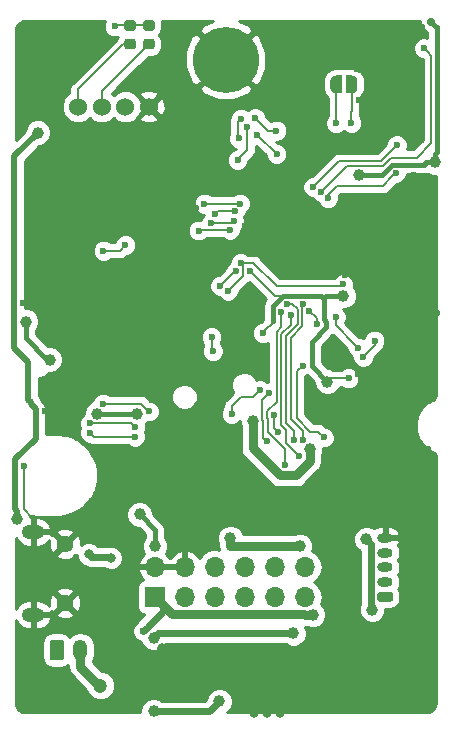
<source format=gbl>
G04 #@! TF.GenerationSoftware,KiCad,Pcbnew,(5.0.1-3-g963ef8bb5)*
G04 #@! TF.CreationDate,2019-12-03T23:22:12+01:00*
G04 #@! TF.ProjectId,oibus-mini-CCC,6F696275732D6D696E692D4343432E6B,rev?*
G04 #@! TF.SameCoordinates,Original*
G04 #@! TF.FileFunction,Copper,L2,Bot,Signal*
G04 #@! TF.FilePolarity,Positive*
%FSLAX46Y46*%
G04 Gerber Fmt 4.6, Leading zero omitted, Abs format (unit mm)*
G04 Created by KiCad (PCBNEW (5.0.1-3-g963ef8bb5)) date 2019 December 03, Tuesday 23:22:12*
%MOMM*%
%LPD*%
G01*
G04 APERTURE LIST*
G04 #@! TA.AperFunction,ComponentPad*
%ADD10C,5.600000*%
G04 #@! TD*
G04 #@! TA.AperFunction,ComponentPad*
%ADD11O,1.700000X1.700000*%
G04 #@! TD*
G04 #@! TA.AperFunction,ComponentPad*
%ADD12R,1.700000X1.700000*%
G04 #@! TD*
G04 #@! TA.AperFunction,Conductor*
%ADD13C,0.149860*%
G04 #@! TD*
G04 #@! TA.AperFunction,ComponentPad*
%ADD14C,1.200000*%
G04 #@! TD*
G04 #@! TA.AperFunction,ComponentPad*
%ADD15O,1.200000X1.750000*%
G04 #@! TD*
G04 #@! TA.AperFunction,ComponentPad*
%ADD16C,1.450000*%
G04 #@! TD*
G04 #@! TA.AperFunction,ComponentPad*
%ADD17O,1.900000X1.200000*%
G04 #@! TD*
G04 #@! TA.AperFunction,ComponentPad*
%ADD18C,0.800000*%
G04 #@! TD*
G04 #@! TA.AperFunction,ComponentPad*
%ADD19O,1.300000X0.800000*%
G04 #@! TD*
G04 #@! TA.AperFunction,ComponentPad*
%ADD20C,1.524000*%
G04 #@! TD*
G04 #@! TA.AperFunction,SMDPad,CuDef*
%ADD21C,0.500000*%
G04 #@! TD*
G04 #@! TA.AperFunction,SMDPad,CuDef*
%ADD22C,0.875000*%
G04 #@! TD*
G04 #@! TA.AperFunction,ViaPad*
%ADD23C,0.800000*%
G04 #@! TD*
G04 #@! TA.AperFunction,ViaPad*
%ADD24C,0.600000*%
G04 #@! TD*
G04 #@! TA.AperFunction,ViaPad*
%ADD25C,1.000000*%
G04 #@! TD*
G04 #@! TA.AperFunction,ViaPad*
%ADD26C,0.700000*%
G04 #@! TD*
G04 #@! TA.AperFunction,ViaPad*
%ADD27C,1.200000*%
G04 #@! TD*
G04 #@! TA.AperFunction,Conductor*
%ADD28C,0.600000*%
G04 #@! TD*
G04 #@! TA.AperFunction,Conductor*
%ADD29C,0.200000*%
G04 #@! TD*
G04 #@! TA.AperFunction,Conductor*
%ADD30C,0.400000*%
G04 #@! TD*
G04 #@! TA.AperFunction,Conductor*
%ADD31C,0.800000*%
G04 #@! TD*
G04 #@! TA.AperFunction,Conductor*
%ADD32C,0.500000*%
G04 #@! TD*
G04 #@! TA.AperFunction,Conductor*
%ADD33C,0.254000*%
G04 #@! TD*
G04 APERTURE END LIST*
D10*
G04 #@! TO.P,H1,1*
G04 #@! TO.N,GND*
X18500000Y56000000D03*
G04 #@! TD*
D11*
G04 #@! TO.P,H2,12*
G04 #@! TO.N,/CAN_L*
X25200000Y13040000D03*
G04 #@! TO.P,H2,11*
G04 #@! TO.N,/CAN_H*
X25200000Y10500000D03*
G04 #@! TO.P,H2,10*
G04 #@! TO.N,/~SPI_ADS_CS*
X22660000Y13040000D03*
G04 #@! TO.P,H2,9*
G04 #@! TO.N,/SPI_SCK*
X22660000Y10500000D03*
G04 #@! TO.P,H2,8*
G04 #@! TO.N,/SPI_MISO*
X20120000Y13040000D03*
G04 #@! TO.P,H2,7*
G04 #@! TO.N,/SPI_MOSI*
X20120000Y10500000D03*
G04 #@! TO.P,H2,6*
G04 #@! TO.N,/SCL*
X17580000Y13040000D03*
G04 #@! TO.P,H2,5*
G04 #@! TO.N,/SDA*
X17580000Y10500000D03*
G04 #@! TO.P,H2,4*
G04 #@! TO.N,GND*
X15040000Y13040000D03*
G04 #@! TO.P,H2,3*
G04 #@! TO.N,+3V3*
X15040000Y10500000D03*
G04 #@! TO.P,H2,2*
G04 #@! TO.N,GND*
X12500000Y13040000D03*
D12*
G04 #@! TO.P,H2,1*
G04 #@! TO.N,+5V*
X12500000Y10500000D03*
G04 #@! TD*
D13*
G04 #@! TO.N,+BATT*
G04 #@! TO.C,BT1*
G36*
X4574505Y6873796D02*
X4598773Y6870196D01*
X4622572Y6864235D01*
X4645671Y6855970D01*
X4667850Y6845480D01*
X4688893Y6832868D01*
X4708599Y6818253D01*
X4726777Y6801777D01*
X4743253Y6783599D01*
X4757868Y6763893D01*
X4770480Y6742850D01*
X4780970Y6720671D01*
X4789235Y6697572D01*
X4795196Y6673773D01*
X4798796Y6649505D01*
X4800000Y6625001D01*
X4800000Y5374999D01*
X4798796Y5350495D01*
X4795196Y5326227D01*
X4789235Y5302428D01*
X4780970Y5279329D01*
X4770480Y5257150D01*
X4757868Y5236107D01*
X4743253Y5216401D01*
X4726777Y5198223D01*
X4708599Y5181747D01*
X4688893Y5167132D01*
X4667850Y5154520D01*
X4645671Y5144030D01*
X4622572Y5135765D01*
X4598773Y5129804D01*
X4574505Y5126204D01*
X4550001Y5125000D01*
X3849999Y5125000D01*
X3825495Y5126204D01*
X3801227Y5129804D01*
X3777428Y5135765D01*
X3754329Y5144030D01*
X3732150Y5154520D01*
X3711107Y5167132D01*
X3691401Y5181747D01*
X3673223Y5198223D01*
X3656747Y5216401D01*
X3642132Y5236107D01*
X3629520Y5257150D01*
X3619030Y5279329D01*
X3610765Y5302428D01*
X3604804Y5326227D01*
X3601204Y5350495D01*
X3600000Y5374999D01*
X3600000Y6625001D01*
X3601204Y6649505D01*
X3604804Y6673773D01*
X3610765Y6697572D01*
X3619030Y6720671D01*
X3629520Y6742850D01*
X3642132Y6763893D01*
X3656747Y6783599D01*
X3673223Y6801777D01*
X3691401Y6818253D01*
X3711107Y6832868D01*
X3732150Y6845480D01*
X3754329Y6855970D01*
X3777428Y6864235D01*
X3801227Y6870196D01*
X3825495Y6873796D01*
X3849999Y6875000D01*
X4550001Y6875000D01*
X4574505Y6873796D01*
X4574505Y6873796D01*
G37*
D14*
G04 #@! TD*
G04 #@! TO.P,BT1,1*
G04 #@! TO.N,+BATT*
X4200000Y6000000D03*
D15*
G04 #@! TO.P,BT1,2*
G04 #@! TO.N,Net-(BT1-Pad2)*
X6200000Y6000000D03*
G04 #@! TD*
D16*
G04 #@! TO.P,J2,6*
G04 #@! TO.N,GND*
X4900000Y15000000D03*
X4900000Y10000000D03*
D17*
X2200000Y16000000D03*
X2200000Y9000000D03*
G04 #@! TD*
D13*
G04 #@! TO.N,Net-(J3-Pad1)*
G04 #@! TO.C,J3*
G36*
X32469603Y10899037D02*
X32489018Y10896157D01*
X32508057Y10891388D01*
X32526537Y10884776D01*
X32544279Y10876384D01*
X32561114Y10866294D01*
X32576879Y10854602D01*
X32591421Y10841421D01*
X32604602Y10826879D01*
X32616294Y10811114D01*
X32626384Y10794279D01*
X32634776Y10776537D01*
X32641388Y10758057D01*
X32646157Y10739018D01*
X32649037Y10719603D01*
X32650000Y10700000D01*
X32650000Y10300000D01*
X32649037Y10280397D01*
X32646157Y10260982D01*
X32641388Y10241943D01*
X32634776Y10223463D01*
X32626384Y10205721D01*
X32616294Y10188886D01*
X32604602Y10173121D01*
X32591421Y10158579D01*
X32576879Y10145398D01*
X32561114Y10133706D01*
X32544279Y10123616D01*
X32526537Y10115224D01*
X32508057Y10108612D01*
X32489018Y10103843D01*
X32469603Y10100963D01*
X32450000Y10100000D01*
X31550000Y10100000D01*
X31530397Y10100963D01*
X31510982Y10103843D01*
X31491943Y10108612D01*
X31473463Y10115224D01*
X31455721Y10123616D01*
X31438886Y10133706D01*
X31423121Y10145398D01*
X31408579Y10158579D01*
X31395398Y10173121D01*
X31383706Y10188886D01*
X31373616Y10205721D01*
X31365224Y10223463D01*
X31358612Y10241943D01*
X31353843Y10260982D01*
X31350963Y10280397D01*
X31350000Y10300000D01*
X31350000Y10700000D01*
X31350963Y10719603D01*
X31353843Y10739018D01*
X31358612Y10758057D01*
X31365224Y10776537D01*
X31373616Y10794279D01*
X31383706Y10811114D01*
X31395398Y10826879D01*
X31408579Y10841421D01*
X31423121Y10854602D01*
X31438886Y10866294D01*
X31455721Y10876384D01*
X31473463Y10884776D01*
X31491943Y10891388D01*
X31510982Y10896157D01*
X31530397Y10899037D01*
X31550000Y10900000D01*
X32450000Y10900000D01*
X32469603Y10899037D01*
X32469603Y10899037D01*
G37*
D18*
G04 #@! TD*
G04 #@! TO.P,J3,1*
G04 #@! TO.N,Net-(J3-Pad1)*
X32000000Y10500000D03*
D19*
G04 #@! TO.P,J3,2*
G04 #@! TO.N,+5V*
X32000000Y11750000D03*
G04 #@! TO.P,J3,3*
G04 #@! TO.N,/CAN_H*
X32000000Y13000000D03*
G04 #@! TO.P,J3,4*
G04 #@! TO.N,/CAN_L*
X32000000Y14250000D03*
G04 #@! TO.P,J3,5*
G04 #@! TO.N,GND*
X32000000Y15500000D03*
G04 #@! TD*
D20*
G04 #@! TO.P,J1,1*
G04 #@! TO.N,SPS_RX*
X6000000Y52000000D03*
G04 #@! TO.P,J1,2*
G04 #@! TO.N,/SPS_TX_EXT*
X8000000Y52000000D03*
G04 #@! TO.P,J1,3*
G04 #@! TO.N,+5V*
X10000000Y52000000D03*
G04 #@! TO.P,J1,4*
G04 #@! TO.N,GND*
X12000000Y52000000D03*
G04 #@! TD*
D21*
G04 #@! TO.P,NFC,1*
G04 #@! TO.N,Net-(J4-Pad1)*
X29150000Y53900000D03*
D13*
G04 #@! TD*
G04 #@! TO.N,Net-(J4-Pad1)*
G04 #@! TO.C,NFC*
G36*
X28650000Y54650000D02*
X29150000Y54650000D01*
X29150000Y54649398D01*
X29174534Y54649398D01*
X29223365Y54644588D01*
X29271490Y54635016D01*
X29318445Y54620772D01*
X29363778Y54601995D01*
X29407051Y54578864D01*
X29447850Y54551604D01*
X29485779Y54520476D01*
X29520476Y54485779D01*
X29551604Y54447850D01*
X29578864Y54407051D01*
X29601995Y54363778D01*
X29620772Y54318445D01*
X29635016Y54271490D01*
X29644588Y54223365D01*
X29649398Y54174534D01*
X29649398Y54150000D01*
X29650000Y54150000D01*
X29650000Y53650000D01*
X29649398Y53650000D01*
X29649398Y53625466D01*
X29644588Y53576635D01*
X29635016Y53528510D01*
X29620772Y53481555D01*
X29601995Y53436222D01*
X29578864Y53392949D01*
X29551604Y53352150D01*
X29520476Y53314221D01*
X29485779Y53279524D01*
X29447850Y53248396D01*
X29407051Y53221136D01*
X29363778Y53198005D01*
X29318445Y53179228D01*
X29271490Y53164984D01*
X29223365Y53155412D01*
X29174534Y53150602D01*
X29150000Y53150602D01*
X29150000Y53150000D01*
X28650000Y53150000D01*
X28650000Y54650000D01*
X28650000Y54650000D01*
G37*
D21*
G04 #@! TO.P,NFC,2*
G04 #@! TO.N,Net-(J4-Pad2)*
X27850000Y53900000D03*
D13*
G04 #@! TD*
G04 #@! TO.N,Net-(J4-Pad2)*
G04 #@! TO.C,NFC*
G36*
X27850000Y53150602D02*
X27825466Y53150602D01*
X27776635Y53155412D01*
X27728510Y53164984D01*
X27681555Y53179228D01*
X27636222Y53198005D01*
X27592949Y53221136D01*
X27552150Y53248396D01*
X27514221Y53279524D01*
X27479524Y53314221D01*
X27448396Y53352150D01*
X27421136Y53392949D01*
X27398005Y53436222D01*
X27379228Y53481555D01*
X27364984Y53528510D01*
X27355412Y53576635D01*
X27350602Y53625466D01*
X27350602Y53650000D01*
X27350000Y53650000D01*
X27350000Y54150000D01*
X27350602Y54150000D01*
X27350602Y54174534D01*
X27355412Y54223365D01*
X27364984Y54271490D01*
X27379228Y54318445D01*
X27398005Y54363778D01*
X27421136Y54407051D01*
X27448396Y54447850D01*
X27479524Y54485779D01*
X27514221Y54520476D01*
X27552150Y54551604D01*
X27592949Y54578864D01*
X27636222Y54601995D01*
X27681555Y54620772D01*
X27728510Y54635016D01*
X27776635Y54644588D01*
X27825466Y54649398D01*
X27850000Y54649398D01*
X27850000Y54650000D01*
X28350000Y54650000D01*
X28350000Y53150000D01*
X27850000Y53150000D01*
X27850000Y53150602D01*
X27850000Y53150602D01*
G37*
G04 #@! TO.N,SPS_RX*
G04 #@! TO.C,R24*
G36*
X10677691Y57748947D02*
X10698926Y57745797D01*
X10719750Y57740581D01*
X10739962Y57733349D01*
X10759368Y57724170D01*
X10777781Y57713134D01*
X10795024Y57700346D01*
X10810930Y57685930D01*
X10825346Y57670024D01*
X10838134Y57652781D01*
X10849170Y57634368D01*
X10858349Y57614962D01*
X10865581Y57594750D01*
X10870797Y57573926D01*
X10873947Y57552691D01*
X10875000Y57531250D01*
X10875000Y57093750D01*
X10873947Y57072309D01*
X10870797Y57051074D01*
X10865581Y57030250D01*
X10858349Y57010038D01*
X10849170Y56990632D01*
X10838134Y56972219D01*
X10825346Y56954976D01*
X10810930Y56939070D01*
X10795024Y56924654D01*
X10777781Y56911866D01*
X10759368Y56900830D01*
X10739962Y56891651D01*
X10719750Y56884419D01*
X10698926Y56879203D01*
X10677691Y56876053D01*
X10656250Y56875000D01*
X10143750Y56875000D01*
X10122309Y56876053D01*
X10101074Y56879203D01*
X10080250Y56884419D01*
X10060038Y56891651D01*
X10040632Y56900830D01*
X10022219Y56911866D01*
X10004976Y56924654D01*
X9989070Y56939070D01*
X9974654Y56954976D01*
X9961866Y56972219D01*
X9950830Y56990632D01*
X9941651Y57010038D01*
X9934419Y57030250D01*
X9929203Y57051074D01*
X9926053Y57072309D01*
X9925000Y57093750D01*
X9925000Y57531250D01*
X9926053Y57552691D01*
X9929203Y57573926D01*
X9934419Y57594750D01*
X9941651Y57614962D01*
X9950830Y57634368D01*
X9961866Y57652781D01*
X9974654Y57670024D01*
X9989070Y57685930D01*
X10004976Y57700346D01*
X10022219Y57713134D01*
X10040632Y57724170D01*
X10060038Y57733349D01*
X10080250Y57740581D01*
X10101074Y57745797D01*
X10122309Y57748947D01*
X10143750Y57750000D01*
X10656250Y57750000D01*
X10677691Y57748947D01*
X10677691Y57748947D01*
G37*
D22*
G04 #@! TD*
G04 #@! TO.P,R24,2*
G04 #@! TO.N,SPS_RX*
X10400000Y57312500D03*
D13*
G04 #@! TO.N,+3V3*
G04 #@! TO.C,R24*
G36*
X10677691Y59323947D02*
X10698926Y59320797D01*
X10719750Y59315581D01*
X10739962Y59308349D01*
X10759368Y59299170D01*
X10777781Y59288134D01*
X10795024Y59275346D01*
X10810930Y59260930D01*
X10825346Y59245024D01*
X10838134Y59227781D01*
X10849170Y59209368D01*
X10858349Y59189962D01*
X10865581Y59169750D01*
X10870797Y59148926D01*
X10873947Y59127691D01*
X10875000Y59106250D01*
X10875000Y58668750D01*
X10873947Y58647309D01*
X10870797Y58626074D01*
X10865581Y58605250D01*
X10858349Y58585038D01*
X10849170Y58565632D01*
X10838134Y58547219D01*
X10825346Y58529976D01*
X10810930Y58514070D01*
X10795024Y58499654D01*
X10777781Y58486866D01*
X10759368Y58475830D01*
X10739962Y58466651D01*
X10719750Y58459419D01*
X10698926Y58454203D01*
X10677691Y58451053D01*
X10656250Y58450000D01*
X10143750Y58450000D01*
X10122309Y58451053D01*
X10101074Y58454203D01*
X10080250Y58459419D01*
X10060038Y58466651D01*
X10040632Y58475830D01*
X10022219Y58486866D01*
X10004976Y58499654D01*
X9989070Y58514070D01*
X9974654Y58529976D01*
X9961866Y58547219D01*
X9950830Y58565632D01*
X9941651Y58585038D01*
X9934419Y58605250D01*
X9929203Y58626074D01*
X9926053Y58647309D01*
X9925000Y58668750D01*
X9925000Y59106250D01*
X9926053Y59127691D01*
X9929203Y59148926D01*
X9934419Y59169750D01*
X9941651Y59189962D01*
X9950830Y59209368D01*
X9961866Y59227781D01*
X9974654Y59245024D01*
X9989070Y59260930D01*
X10004976Y59275346D01*
X10022219Y59288134D01*
X10040632Y59299170D01*
X10060038Y59308349D01*
X10080250Y59315581D01*
X10101074Y59320797D01*
X10122309Y59323947D01*
X10143750Y59325000D01*
X10656250Y59325000D01*
X10677691Y59323947D01*
X10677691Y59323947D01*
G37*
D22*
G04 #@! TD*
G04 #@! TO.P,R24,1*
G04 #@! TO.N,+3V3*
X10400000Y58887500D03*
D13*
G04 #@! TO.N,+3V3*
G04 #@! TO.C,R25*
G36*
X12277691Y59323947D02*
X12298926Y59320797D01*
X12319750Y59315581D01*
X12339962Y59308349D01*
X12359368Y59299170D01*
X12377781Y59288134D01*
X12395024Y59275346D01*
X12410930Y59260930D01*
X12425346Y59245024D01*
X12438134Y59227781D01*
X12449170Y59209368D01*
X12458349Y59189962D01*
X12465581Y59169750D01*
X12470797Y59148926D01*
X12473947Y59127691D01*
X12475000Y59106250D01*
X12475000Y58668750D01*
X12473947Y58647309D01*
X12470797Y58626074D01*
X12465581Y58605250D01*
X12458349Y58585038D01*
X12449170Y58565632D01*
X12438134Y58547219D01*
X12425346Y58529976D01*
X12410930Y58514070D01*
X12395024Y58499654D01*
X12377781Y58486866D01*
X12359368Y58475830D01*
X12339962Y58466651D01*
X12319750Y58459419D01*
X12298926Y58454203D01*
X12277691Y58451053D01*
X12256250Y58450000D01*
X11743750Y58450000D01*
X11722309Y58451053D01*
X11701074Y58454203D01*
X11680250Y58459419D01*
X11660038Y58466651D01*
X11640632Y58475830D01*
X11622219Y58486866D01*
X11604976Y58499654D01*
X11589070Y58514070D01*
X11574654Y58529976D01*
X11561866Y58547219D01*
X11550830Y58565632D01*
X11541651Y58585038D01*
X11534419Y58605250D01*
X11529203Y58626074D01*
X11526053Y58647309D01*
X11525000Y58668750D01*
X11525000Y59106250D01*
X11526053Y59127691D01*
X11529203Y59148926D01*
X11534419Y59169750D01*
X11541651Y59189962D01*
X11550830Y59209368D01*
X11561866Y59227781D01*
X11574654Y59245024D01*
X11589070Y59260930D01*
X11604976Y59275346D01*
X11622219Y59288134D01*
X11640632Y59299170D01*
X11660038Y59308349D01*
X11680250Y59315581D01*
X11701074Y59320797D01*
X11722309Y59323947D01*
X11743750Y59325000D01*
X12256250Y59325000D01*
X12277691Y59323947D01*
X12277691Y59323947D01*
G37*
D22*
G04 #@! TD*
G04 #@! TO.P,R25,1*
G04 #@! TO.N,+3V3*
X12000000Y58887500D03*
D13*
G04 #@! TO.N,/SPS_TX_EXT*
G04 #@! TO.C,R25*
G36*
X12277691Y57748947D02*
X12298926Y57745797D01*
X12319750Y57740581D01*
X12339962Y57733349D01*
X12359368Y57724170D01*
X12377781Y57713134D01*
X12395024Y57700346D01*
X12410930Y57685930D01*
X12425346Y57670024D01*
X12438134Y57652781D01*
X12449170Y57634368D01*
X12458349Y57614962D01*
X12465581Y57594750D01*
X12470797Y57573926D01*
X12473947Y57552691D01*
X12475000Y57531250D01*
X12475000Y57093750D01*
X12473947Y57072309D01*
X12470797Y57051074D01*
X12465581Y57030250D01*
X12458349Y57010038D01*
X12449170Y56990632D01*
X12438134Y56972219D01*
X12425346Y56954976D01*
X12410930Y56939070D01*
X12395024Y56924654D01*
X12377781Y56911866D01*
X12359368Y56900830D01*
X12339962Y56891651D01*
X12319750Y56884419D01*
X12298926Y56879203D01*
X12277691Y56876053D01*
X12256250Y56875000D01*
X11743750Y56875000D01*
X11722309Y56876053D01*
X11701074Y56879203D01*
X11680250Y56884419D01*
X11660038Y56891651D01*
X11640632Y56900830D01*
X11622219Y56911866D01*
X11604976Y56924654D01*
X11589070Y56939070D01*
X11574654Y56954976D01*
X11561866Y56972219D01*
X11550830Y56990632D01*
X11541651Y57010038D01*
X11534419Y57030250D01*
X11529203Y57051074D01*
X11526053Y57072309D01*
X11525000Y57093750D01*
X11525000Y57531250D01*
X11526053Y57552691D01*
X11529203Y57573926D01*
X11534419Y57594750D01*
X11541651Y57614962D01*
X11550830Y57634368D01*
X11561866Y57652781D01*
X11574654Y57670024D01*
X11589070Y57685930D01*
X11604976Y57700346D01*
X11622219Y57713134D01*
X11640632Y57724170D01*
X11660038Y57733349D01*
X11680250Y57740581D01*
X11701074Y57745797D01*
X11722309Y57748947D01*
X11743750Y57750000D01*
X12256250Y57750000D01*
X12277691Y57748947D01*
X12277691Y57748947D01*
G37*
D22*
G04 #@! TD*
G04 #@! TO.P,R25,2*
G04 #@! TO.N,/SPS_TX_EXT*
X12000000Y57312500D03*
D23*
G04 #@! TO.N,VBUS*
X6899989Y14100000D03*
X8800000Y13800000D03*
D24*
G04 #@! TO.N,GND*
X28900000Y26000000D03*
D23*
X28900000Y16200000D03*
X27900000Y24400000D03*
X28600000Y22300000D03*
X35300000Y4900000D03*
X35300000Y1600000D03*
X20100000Y5000000D03*
D24*
X33300000Y36200000D03*
X35200000Y42700000D03*
X34400000Y46200000D03*
X35100000Y58792003D03*
X30900000Y50100000D03*
X25200000Y50200000D03*
X26300000Y52800000D03*
X26300000Y55200000D03*
X29600000Y55200000D03*
X18500000Y33000000D03*
X34000000Y18500000D03*
X35600000Y23000000D03*
X31699979Y26400000D03*
X3100000Y44500000D03*
X23774265Y42274265D03*
X20100743Y41899195D03*
X13000000Y34500000D03*
X16200000Y37100000D03*
X2800000Y36900000D03*
X4400000Y32300000D03*
X17100000Y14600000D03*
X6241677Y11073899D03*
X36400000Y34500000D03*
X29736397Y29400000D03*
X27100000Y13400000D03*
X15983313Y43444503D03*
X29750000Y52600000D03*
D25*
X28700000Y7600000D03*
D23*
X19500000Y3000000D03*
X20100000Y1600000D03*
X20900000Y692039D03*
X22000000Y692039D03*
X23100000Y692013D03*
X20600008Y3000000D03*
D24*
X1700000Y56300000D03*
X12799998Y48800000D03*
X5800000Y48999990D03*
X14300000Y49300000D03*
X4050148Y48928182D03*
D23*
X13100000Y6200000D03*
D24*
X35750000Y27450000D03*
X1393413Y21593399D03*
X15600000Y30400000D03*
X13200000Y23599979D03*
D23*
X15800000Y23399960D03*
D24*
X4800000Y28000000D03*
X3200000Y26200000D03*
X1350000Y35400000D03*
X17600000Y25950000D03*
X33353815Y55823499D03*
X28635285Y37752330D03*
D25*
G04 #@! TO.N,+3V3*
X36200000Y47300000D03*
X25639663Y22999179D03*
X20800000Y25400000D03*
D26*
X35907159Y59217791D03*
D25*
X12500000Y14800000D03*
X11220221Y17479779D03*
D24*
X9100000Y58799998D03*
X21617878Y32850022D03*
D25*
X1600000Y33799992D03*
X3600000Y30600002D03*
X7600000Y26000015D03*
X11000000Y26000000D03*
D24*
X28900032Y29000008D03*
D25*
X27100010Y28719730D03*
D24*
X20554289Y38097167D03*
D25*
X28448383Y35975883D03*
X29774954Y46199979D03*
D24*
X30148876Y30848876D03*
X31100000Y32200000D03*
G04 #@! TO.N,/CAN_SILENT*
X27800000Y34200000D03*
X29683174Y31613305D03*
G04 #@! TO.N,/CAN_SHDN*
X26800000Y24000000D03*
X25006478Y30093397D03*
D25*
G04 #@! TO.N,+5V*
X25900000Y9000000D03*
D24*
X11500002Y7600000D03*
D25*
X2600000Y49800000D03*
X800012Y17100000D03*
D24*
G04 #@! TO.N,/SDA*
X7000000Y24400000D03*
X10817543Y24067697D03*
G04 #@! TO.N,/SCL*
X7000000Y25200000D03*
X10856706Y24866741D03*
X22950192Y24428760D03*
X22599988Y25914450D03*
G04 #@! TO.N,/~RESET*
X20324272Y50324272D03*
X19499994Y47500000D03*
X16207413Y41522125D03*
X18875334Y41574905D03*
X8127713Y26872287D03*
X12000000Y26200000D03*
X19759265Y38748714D03*
X18707755Y36394631D03*
X28442562Y36975878D03*
G04 #@! TO.N,/SWDCLK*
X21400000Y28000000D03*
X19000000Y26000000D03*
G04 #@! TO.N,/SWDIO*
X17300000Y32500000D03*
X17400000Y31300000D03*
D25*
G04 #@! TO.N,+BATT*
X24228432Y7428432D03*
X12407019Y7054285D03*
G04 #@! TO.N,/VIN*
X18900000Y15500000D03*
X24800000Y14800000D03*
X30400000Y15400000D03*
X30900000Y9400000D03*
D27*
G04 #@! TO.N,Net-(BT1-Pad2)*
X7887482Y3000000D03*
D24*
G04 #@! TO.N,GPS_RX*
X19256234Y43134350D03*
X17631812Y42895267D03*
G04 #@! TO.N,GPS_TX*
X19221010Y42328119D03*
X17283800Y42174915D03*
G04 #@! TO.N,/~SPI_ADS_CS*
X25068703Y23820160D03*
X25019898Y35287834D03*
G04 #@! TO.N,/SPI_SCK*
X24700000Y22400000D03*
X23985855Y34400010D03*
G04 #@! TO.N,/SPI_MISO*
X23700000Y35300000D03*
X24247139Y23767105D03*
G04 #@! TO.N,/SPI_MOSI*
X23499990Y21700000D03*
X23220214Y34631986D03*
G04 #@! TO.N,Net-(J4-Pad1)*
X29136566Y50627463D03*
G04 #@! TO.N,Net-(J4-Pad2)*
X27850002Y50599998D03*
D25*
G04 #@! TO.N,Net-(Q2-Pad3)*
X12400000Y800000D03*
X17973200Y1665066D03*
D24*
G04 #@! TO.N,/BLUE*
X27150735Y44250735D03*
X32900000Y46400000D03*
G04 #@! TO.N,/RED*
X26585049Y44816421D03*
X35310231Y56950000D03*
G04 #@! TO.N,/GREEN*
X25883003Y45200000D03*
X32977166Y48757087D03*
G04 #@! TO.N,/GPS_TIME*
X10000000Y40300000D03*
X19700000Y43800000D03*
X16700000Y43800000D03*
X8150000Y39810000D03*
G04 #@! TO.N,NINA_DSR*
X19800010Y51000000D03*
X19624272Y49324272D03*
G04 #@! TO.N,NINA_RTS*
X21000022Y51061337D03*
X22783112Y49976480D03*
G04 #@! TO.N,NINA_CTS*
X21167963Y49634282D03*
X22800067Y48000000D03*
G04 #@! TO.N,/5V_EN*
X21979225Y23664719D03*
X22199979Y27800000D03*
G04 #@! TO.N,/BOOT*
X25585878Y34722426D03*
X26228374Y33589767D03*
G04 #@! TO.N,/on_off*
X18050000Y36850000D03*
X19354278Y38057122D03*
G04 #@! TD*
D28*
G04 #@! TO.N,VBUS*
X7099989Y13900000D02*
X6899989Y14100000D01*
X8700000Y13900000D02*
X7099989Y13900000D01*
D29*
G04 #@! TO.N,GND*
X2200000Y17100000D02*
X2200000Y16000000D01*
X1393413Y17906587D02*
X2200000Y17100000D01*
X1393413Y21593399D02*
X1393413Y17906587D01*
D30*
G04 #@! TO.N,+3V3*
X22500000Y33845094D02*
X22500000Y35136002D01*
X22500000Y35136002D02*
X23363998Y36000000D01*
X36200000Y47300000D02*
X36200000Y48007106D01*
X36257158Y58867792D02*
X35907159Y59217791D01*
X36200000Y48007106D02*
X36400000Y48207106D01*
X36400000Y48207106D02*
X36400000Y58724950D01*
X36400000Y58724950D02*
X36257158Y58867792D01*
X12500000Y16200000D02*
X11220221Y17479779D01*
X12500000Y14800000D02*
X12500000Y16200000D01*
D29*
X12000000Y58887500D02*
X10400000Y58887500D01*
X10400000Y58887500D02*
X9187502Y58887500D01*
X9187502Y58887500D02*
X9100000Y58799998D01*
X22412950Y33645094D02*
X21917877Y33150021D01*
X21917877Y33150021D02*
X21617878Y32850022D01*
D30*
X26582503Y36000000D02*
X26782513Y35799990D01*
X23363998Y36000000D02*
X26582503Y36000000D01*
X3399998Y30600002D02*
X3600000Y30600002D01*
X1600000Y32400000D02*
X3399998Y30600002D01*
X1600000Y33799992D02*
X1600000Y32400000D01*
X7600000Y26000015D02*
X10999985Y26000015D01*
X10999985Y26000015D02*
X11000000Y26000000D01*
D31*
X25639663Y22007661D02*
X24432001Y20799999D01*
X20800000Y24692894D02*
X20800000Y25400000D01*
X25639663Y22999179D02*
X25639663Y22007661D01*
X23067989Y20799999D02*
X20800000Y23067988D01*
X20800000Y23067988D02*
X20800000Y24692894D01*
X24432001Y20799999D02*
X23067989Y20799999D01*
D29*
X28900032Y29000008D02*
X27380288Y29000008D01*
X27380288Y29000008D02*
X27100010Y28719730D01*
X20854288Y37797168D02*
X20554289Y38097167D01*
X22651456Y36000000D02*
X20854288Y37797168D01*
X23363998Y36000000D02*
X22651456Y36000000D01*
D30*
X27741277Y35975883D02*
X28448383Y35975883D01*
X26782513Y35799990D02*
X26958406Y35975883D01*
X26958406Y35975883D02*
X27741277Y35975883D01*
X35292894Y47100000D02*
X32592901Y47100000D01*
X36200000Y47300000D02*
X35492894Y47300000D01*
X32592901Y47100000D02*
X31692880Y46199979D01*
X31692880Y46199979D02*
X30482060Y46199979D01*
X35492894Y47300000D02*
X35292894Y47100000D01*
X30482060Y46199979D02*
X29774954Y46199979D01*
X26782513Y34017487D02*
X27000000Y33800000D01*
X27000000Y28819740D02*
X27100010Y28719730D01*
X26782513Y35799990D02*
X26782513Y34017487D01*
X27000000Y33325391D02*
X25800000Y32125391D01*
X27000000Y33800000D02*
X27000000Y33325391D01*
X25800000Y30019740D02*
X27100010Y28719730D01*
X25800000Y32125391D02*
X25800000Y30019740D01*
D29*
X30148876Y30848876D02*
X31100000Y31800000D01*
X31100000Y31800000D02*
X31100000Y32200000D01*
G04 #@! TO.N,/CAN_SILENT*
X27800000Y34200000D02*
X27800000Y33496479D01*
X27800000Y33496479D02*
X29383175Y31913304D01*
X29383175Y31913304D02*
X29683174Y31613305D01*
G04 #@! TO.N,/CAN_SHDN*
X26800000Y24000000D02*
X26300001Y24499999D01*
X25665699Y24499999D02*
X24500000Y25665698D01*
X26300001Y24499999D02*
X25665699Y24499999D01*
X24500000Y29586919D02*
X25006478Y30093397D01*
X24500000Y25665698D02*
X24500000Y29586919D01*
D31*
G04 #@! TO.N,+5V*
X25192894Y9000000D02*
X25900000Y9000000D01*
X13200000Y9800000D02*
X13950001Y9049999D01*
X13950001Y9049999D02*
X25142895Y9049999D01*
X25142895Y9049999D02*
X25192894Y9000000D01*
X12500000Y10500000D02*
X13200000Y9800000D01*
D28*
X13200000Y9800000D02*
X13200000Y9299998D01*
X11800001Y7899999D02*
X11500002Y7600000D01*
X13200000Y9299998D02*
X11800001Y7899999D01*
D32*
X2400000Y26400000D02*
X2400000Y23910002D01*
X600000Y47800000D02*
X600000Y31600000D01*
X2400000Y23910002D02*
X643412Y22153414D01*
X600000Y31600000D02*
X1800000Y30400000D01*
X1800000Y30400000D02*
X1800000Y27200000D01*
X2000000Y27000000D02*
X2000000Y26800000D01*
X2600000Y49800000D02*
X600000Y47800000D01*
X2000000Y26800000D02*
X2400000Y26400000D01*
X643412Y22153414D02*
X643412Y17963706D01*
X643412Y17963706D02*
X800012Y17807106D01*
X1800000Y27200000D02*
X2000000Y27000000D01*
X800012Y17807106D02*
X800012Y17100000D01*
D29*
G04 #@! TO.N,/SDA*
X7000000Y24400000D02*
X7332303Y24067697D01*
X7332303Y24067697D02*
X10393279Y24067697D01*
X10393279Y24067697D02*
X10817543Y24067697D01*
G04 #@! TO.N,/SCL*
X7000000Y25200000D02*
X10523447Y25200000D01*
X10523447Y25200000D02*
X10556707Y25166740D01*
X10556707Y25166740D02*
X10856706Y24866741D01*
X22599988Y25490186D02*
X22599988Y25914450D01*
X22599988Y24778964D02*
X22599988Y25490186D01*
X22950192Y24428760D02*
X22599988Y24778964D01*
G04 #@! TO.N,/~RESET*
X19799993Y47799999D02*
X19499994Y47500000D01*
X20324272Y50324272D02*
X20324272Y48324278D01*
X20324272Y48324278D02*
X19799993Y47799999D01*
X18875334Y41574905D02*
X16260193Y41574905D01*
X16260193Y41574905D02*
X16207413Y41522125D01*
X11700001Y26499999D02*
X12000000Y26200000D01*
X11327713Y26872287D02*
X11700001Y26499999D01*
X8127713Y26872287D02*
X11327713Y26872287D01*
X19954288Y37641164D02*
X19954288Y38553691D01*
X18707755Y36394631D02*
X19954288Y37641164D01*
X19954288Y38553691D02*
X19759265Y38748714D01*
X22800000Y36800000D02*
X28266684Y36800000D01*
X20851286Y38748714D02*
X22800000Y36800000D01*
X28266684Y36800000D02*
X28442562Y36975878D01*
X19759265Y38748714D02*
X20851286Y38748714D01*
G04 #@! TO.N,/SWDCLK*
X19000000Y26424264D02*
X19000000Y26000000D01*
X19000000Y26624264D02*
X19000000Y26424264D01*
X19775736Y27400000D02*
X19000000Y26624264D01*
X20800000Y27400000D02*
X19775736Y27400000D01*
X21400000Y28000000D02*
X20800000Y27400000D01*
G04 #@! TO.N,/SWDIO*
X17300000Y31400000D02*
X17400000Y31300000D01*
X17300000Y32500000D02*
X17300000Y31400000D01*
D28*
G04 #@! TO.N,+BATT*
X12781166Y7428432D02*
X12407019Y7054285D01*
X24228432Y7428432D02*
X12781166Y7428432D01*
D31*
G04 #@! TO.N,/VIN*
X18900000Y15500000D02*
X18900000Y14792894D01*
X20513108Y14792894D02*
X20520214Y14800000D01*
X18900000Y14792894D02*
X20513108Y14792894D01*
X20520214Y14800000D02*
X24800000Y14800000D01*
D28*
X30800000Y15000000D02*
X30800000Y10950000D01*
X30400000Y15400000D02*
X30800000Y15000000D01*
X30800000Y9500000D02*
X30900000Y9400000D01*
X30800000Y10950000D02*
X30800000Y9500000D01*
D31*
G04 #@! TO.N,Net-(BT1-Pad2)*
X7800000Y3000000D02*
X7887482Y3000000D01*
X6200000Y4600000D02*
X7800000Y3000000D01*
X6200000Y6000000D02*
X6200000Y4600000D01*
D29*
G04 #@! TO.N,GPS_RX*
X17870895Y43134350D02*
X17631812Y42895267D01*
X19256234Y43134350D02*
X17870895Y43134350D01*
G04 #@! TO.N,GPS_TX*
X17283800Y42174915D02*
X19067806Y42174915D01*
X19067806Y42174915D02*
X19221010Y42328119D01*
G04 #@! TO.N,/~SPI_ADS_CS*
X25068703Y23820160D02*
X25068703Y24531297D01*
X25068703Y35239032D02*
X25019901Y35287834D01*
X24000010Y25599990D02*
X24000010Y32434312D01*
X24985876Y35253812D02*
X25019898Y35287834D01*
X25068703Y24531297D02*
X24000010Y25599990D01*
X24985876Y33420178D02*
X24985876Y35253812D01*
X25019901Y35287834D02*
X25019898Y35287834D01*
X24000010Y32434312D02*
X24985876Y33420178D01*
G04 #@! TO.N,/SPI_SCK*
X23199990Y32765692D02*
X23985855Y33551557D01*
X23199990Y25027506D02*
X23199990Y32765692D01*
X23597953Y23502047D02*
X23597953Y24629543D01*
X23985855Y33975746D02*
X23985855Y34400010D01*
X23985855Y33551557D02*
X23985855Y33975746D01*
X24700000Y22400000D02*
X23597953Y23502047D01*
X23597953Y24629543D02*
X23199990Y25027506D01*
G04 #@! TO.N,/SPI_MISO*
X24585865Y33585867D02*
X23599999Y32600001D01*
X24247139Y24546055D02*
X24247139Y24191369D01*
X24124264Y35300000D02*
X24585865Y34838399D01*
X23700000Y35300000D02*
X24124264Y35300000D01*
X24247139Y24191369D02*
X24247139Y23767105D01*
X24585865Y34838399D02*
X24585865Y33585867D01*
X23599999Y32600001D02*
X23600000Y25193194D01*
X23600000Y25193194D02*
X24247139Y24546055D01*
G04 #@! TO.N,/SPI_MOSI*
X21999986Y25626448D02*
X21999986Y26202452D01*
X22099986Y25526448D02*
X21999986Y25626448D01*
X23499990Y23029549D02*
X22099986Y24429553D01*
X23220214Y34207722D02*
X23220214Y34631986D01*
X21999986Y26202452D02*
X22799989Y27002455D01*
X22099986Y24429553D02*
X22099986Y25526448D01*
X23499990Y21700000D02*
X23499990Y23029549D01*
X23220214Y33384933D02*
X23220214Y34207722D01*
X22799989Y27002455D02*
X22799989Y32964708D01*
X22799989Y32964708D02*
X23220214Y33384933D01*
G04 #@! TO.N,Net-(J4-Pad1)*
X29136566Y50627463D02*
X29136566Y51586566D01*
X29150000Y51600000D02*
X29150000Y53900000D01*
X29136566Y51586566D02*
X29150000Y51600000D01*
G04 #@! TO.N,Net-(J4-Pad2)*
X27850002Y50599998D02*
X27850002Y51599998D01*
X27850000Y51600000D02*
X27850000Y53900000D01*
X27850002Y51599998D02*
X27850000Y51600000D01*
D28*
G04 #@! TO.N,Net-(Q2-Pad3)*
X12400000Y800000D02*
X17108134Y800000D01*
X17473201Y1165067D02*
X17973200Y1665066D01*
X17108134Y800000D02*
X17473201Y1165067D01*
D29*
G04 #@! TO.N,/BLUE*
X32600001Y46100001D02*
X32900000Y46400000D01*
X27150735Y44550735D02*
X27900000Y45300000D01*
X31800000Y45300000D02*
X32600001Y46100001D01*
X27900000Y45300000D02*
X31800000Y45300000D01*
X27150735Y44250735D02*
X27150735Y44550735D01*
G04 #@! TO.N,/RED*
X35610230Y56603982D02*
X35310231Y56903981D01*
X26585049Y44816421D02*
X28768617Y46999989D01*
X28768617Y46999989D02*
X31785768Y46999989D01*
X35900000Y56314212D02*
X35610230Y56603982D01*
X31785768Y46999989D02*
X32485768Y47699989D01*
X32485768Y47699989D02*
X34699989Y47699989D01*
X34699989Y47699989D02*
X35900000Y48900000D01*
X35900000Y48900000D02*
X35900000Y56314212D01*
G04 #@! TO.N,/GREEN*
X25883003Y45200000D02*
X28083003Y47400000D01*
X28083003Y47400000D02*
X31620079Y47400000D01*
X31620079Y47400000D02*
X32977166Y48757087D01*
G04 #@! TO.N,/GPS_TIME*
X19700000Y43800000D02*
X16700000Y43800000D01*
X8574264Y39810000D02*
X8150000Y39810000D01*
X10000000Y40300000D02*
X9510000Y39810000D01*
X9510000Y39810000D02*
X8574264Y39810000D01*
G04 #@! TO.N,NINA_DSR*
X19800010Y51000000D02*
X19500011Y50700001D01*
X19500011Y49448533D02*
X19624272Y49324272D01*
X19500011Y50700001D02*
X19500011Y49448533D01*
G04 #@! TO.N,NINA_RTS*
X21000022Y51061337D02*
X22084879Y49976480D01*
X22084879Y49976480D02*
X22358848Y49976480D01*
X22358848Y49976480D02*
X22783112Y49976480D01*
G04 #@! TO.N,NINA_CTS*
X21167963Y49634282D02*
X22800067Y48002178D01*
X22800067Y48002178D02*
X22800067Y48000000D01*
G04 #@! TO.N,/5V_EN*
X21899980Y27500001D02*
X22199979Y27800000D01*
X21679226Y25381508D02*
X21599975Y25460759D01*
X21979225Y23664719D02*
X21679226Y23964718D01*
X21599975Y27199996D02*
X21899980Y27500001D01*
X21679226Y23964718D02*
X21679226Y25381508D01*
X21599975Y25460759D02*
X21599975Y27199996D01*
G04 #@! TO.N,/BOOT*
X25585878Y34722426D02*
X26228374Y34079930D01*
X26228374Y34014031D02*
X26228374Y33589767D01*
X26228374Y34079930D02*
X26228374Y34014031D01*
G04 #@! TO.N,SPS_RX*
X6000000Y53077630D02*
X6000000Y52000000D01*
X6000000Y53487500D02*
X6000000Y53077630D01*
X9825000Y57312500D02*
X6000000Y53487500D01*
X10400000Y57312500D02*
X9825000Y57312500D01*
G04 #@! TO.N,/SPS_TX_EXT*
X12012500Y57312500D02*
X12400000Y57312500D01*
X8000000Y53300000D02*
X12012500Y57312500D01*
X8000000Y52000000D02*
X8000000Y53300000D01*
G04 #@! TO.N,/on_off*
X19257122Y38057122D02*
X19354278Y38057122D01*
X18050000Y36850000D02*
X19257122Y38057122D01*
G04 #@! TD*
D33*
G04 #@! TO.N,GND*
G36*
X8173000Y58984390D02*
X8173000Y58615606D01*
X8314127Y58274895D01*
X8574897Y58014125D01*
X8915608Y57872998D01*
X9284392Y57872998D01*
X9388906Y57916289D01*
X9363770Y57878670D01*
X9300863Y57836637D01*
X9260306Y57775939D01*
X5536562Y54052194D01*
X5475863Y54011636D01*
X5315182Y53771160D01*
X5273000Y53559098D01*
X5273000Y53559095D01*
X5258759Y53487500D01*
X5273000Y53415905D01*
X5273000Y53202309D01*
X5213195Y53177537D01*
X4822463Y52786805D01*
X4611000Y52276289D01*
X4611000Y51723711D01*
X4822463Y51213195D01*
X5213195Y50822463D01*
X5723711Y50611000D01*
X6276289Y50611000D01*
X6786805Y50822463D01*
X7000000Y51035658D01*
X7213195Y50822463D01*
X7723711Y50611000D01*
X8276289Y50611000D01*
X8786805Y50822463D01*
X9000000Y51035658D01*
X9213195Y50822463D01*
X9723711Y50611000D01*
X10276289Y50611000D01*
X10786805Y50822463D01*
X10984129Y51019787D01*
X11199392Y51019787D01*
X11268857Y50777603D01*
X11792302Y50590856D01*
X12347368Y50618638D01*
X12731143Y50777603D01*
X12800608Y51019787D01*
X12000000Y51820395D01*
X11199392Y51019787D01*
X10984129Y51019787D01*
X11177537Y51213195D01*
X11279323Y51458928D01*
X11820395Y52000000D01*
X12179605Y52000000D01*
X12980213Y51199392D01*
X13222397Y51268857D01*
X13409144Y51792302D01*
X13381362Y52347368D01*
X13222397Y52731143D01*
X12980213Y52800608D01*
X12179605Y52000000D01*
X11820395Y52000000D01*
X11279323Y52541072D01*
X11177537Y52786805D01*
X10984129Y52980213D01*
X11199392Y52980213D01*
X12000000Y52179605D01*
X12800608Y52980213D01*
X12731143Y53222397D01*
X12207698Y53409144D01*
X11652632Y53381362D01*
X11268857Y53222397D01*
X11199392Y52980213D01*
X10984129Y52980213D01*
X10786805Y53177537D01*
X10276289Y53389000D01*
X9723711Y53389000D01*
X9213195Y53177537D01*
X9000000Y52964342D01*
X8846237Y53118105D01*
X9275792Y53547660D01*
X16227265Y53547660D01*
X16545501Y53093797D01*
X17806434Y52567064D01*
X19172956Y52562965D01*
X20437027Y53082122D01*
X20454499Y53093797D01*
X20772735Y53547660D01*
X18500000Y55820395D01*
X16227265Y53547660D01*
X9275792Y53547660D01*
X11055176Y55327044D01*
X15062965Y55327044D01*
X15582122Y54062973D01*
X15593797Y54045501D01*
X16047660Y53727265D01*
X18320395Y56000000D01*
X18679605Y56000000D01*
X20952340Y53727265D01*
X21406203Y54045501D01*
X21449855Y54150000D01*
X26710716Y54150000D01*
X26710716Y53650000D01*
X26713124Y53637894D01*
X26713124Y53600991D01*
X26725408Y53476273D01*
X26744530Y53380140D01*
X26780907Y53260218D01*
X26818416Y53169662D01*
X26877494Y53059134D01*
X26931950Y52977635D01*
X27011453Y52880761D01*
X27080761Y52811453D01*
X27123001Y52776788D01*
X27123000Y51671597D01*
X27108759Y51600000D01*
X27123000Y51528405D01*
X27123000Y51528402D01*
X27123003Y51528388D01*
X27123003Y51183975D01*
X27064129Y51125101D01*
X26923002Y50784390D01*
X26923002Y50415606D01*
X27064129Y50074895D01*
X27324899Y49814125D01*
X27665610Y49672998D01*
X28034394Y49672998D01*
X28375105Y49814125D01*
X28507017Y49946037D01*
X28611463Y49841590D01*
X28952174Y49700463D01*
X29320958Y49700463D01*
X29661669Y49841590D01*
X29922439Y50102360D01*
X30063566Y50443071D01*
X30063566Y50811855D01*
X29922439Y51152566D01*
X29863566Y51211439D01*
X29863566Y51460864D01*
X29877000Y51528401D01*
X29877000Y51528405D01*
X29891241Y51600000D01*
X29877000Y51671597D01*
X29877000Y52776788D01*
X29919239Y52811453D01*
X29988547Y52880761D01*
X30068050Y52977635D01*
X30122506Y53059134D01*
X30181584Y53169662D01*
X30219093Y53260218D01*
X30255470Y53380140D01*
X30274592Y53476273D01*
X30286876Y53600991D01*
X30286876Y53637894D01*
X30289284Y53650000D01*
X30289284Y54150000D01*
X30286876Y54162106D01*
X30286876Y54199009D01*
X30274592Y54323727D01*
X30255470Y54419860D01*
X30219093Y54539782D01*
X30181584Y54630338D01*
X30122506Y54740866D01*
X30068050Y54822365D01*
X29988547Y54919239D01*
X29919239Y54988547D01*
X29822365Y55068050D01*
X29740866Y55122506D01*
X29630338Y55181584D01*
X29539782Y55219093D01*
X29419860Y55255470D01*
X29323727Y55274592D01*
X29199009Y55286876D01*
X29162106Y55286876D01*
X29150000Y55289284D01*
X28650000Y55289284D01*
X28500000Y55259447D01*
X28350000Y55289284D01*
X27850000Y55289284D01*
X27837894Y55286876D01*
X27800991Y55286876D01*
X27676273Y55274592D01*
X27580140Y55255470D01*
X27460218Y55219093D01*
X27369662Y55181584D01*
X27259134Y55122506D01*
X27177635Y55068050D01*
X27080761Y54988547D01*
X27011453Y54919239D01*
X26931950Y54822365D01*
X26877494Y54740866D01*
X26818416Y54630338D01*
X26780907Y54539782D01*
X26744530Y54419860D01*
X26725408Y54323727D01*
X26713124Y54199009D01*
X26713124Y54162106D01*
X26710716Y54150000D01*
X21449855Y54150000D01*
X21932936Y55306434D01*
X21937035Y56672956D01*
X21417878Y57937027D01*
X21406203Y57954499D01*
X20952340Y58272735D01*
X18679605Y56000000D01*
X18320395Y56000000D01*
X16047660Y58272735D01*
X15593797Y57954499D01*
X15067064Y56693566D01*
X15062965Y55327044D01*
X11055176Y55327044D01*
X11963850Y56235717D01*
X12256250Y56235717D01*
X12584605Y56301031D01*
X12862971Y56487029D01*
X13048969Y56765395D01*
X13114283Y57093750D01*
X13114283Y57176969D01*
X13141242Y57312500D01*
X13114283Y57448031D01*
X13114283Y57531250D01*
X13048969Y57859605D01*
X12888342Y58100000D01*
X13048969Y58340395D01*
X13114283Y58668750D01*
X13114283Y59106250D01*
X13082703Y59265013D01*
X17408196Y59265013D01*
X16562973Y58917878D01*
X16545501Y58906203D01*
X16227265Y58452340D01*
X18500000Y56179605D01*
X20772735Y58452340D01*
X20454499Y58906203D01*
X19595553Y59265013D01*
X34930159Y59265013D01*
X34930159Y59023454D01*
X35078898Y58664365D01*
X35353733Y58389530D01*
X35573001Y58298707D01*
X35573001Y57844535D01*
X35494623Y57877000D01*
X35125839Y57877000D01*
X34785128Y57735873D01*
X34524358Y57475103D01*
X34383231Y57134392D01*
X34383231Y56765608D01*
X34524358Y56424897D01*
X34785128Y56164127D01*
X35125839Y56023000D01*
X35163080Y56023000D01*
X35173001Y56013079D01*
X35173000Y49201133D01*
X34398857Y48426989D01*
X33843813Y48426989D01*
X33904166Y48572695D01*
X33904166Y48941479D01*
X33763039Y49282190D01*
X33502269Y49542960D01*
X33161558Y49684087D01*
X32792774Y49684087D01*
X32452063Y49542960D01*
X32191293Y49282190D01*
X32050166Y48941479D01*
X32050166Y48858220D01*
X31318947Y48127000D01*
X28154598Y48127000D01*
X28083003Y48141241D01*
X28011408Y48127000D01*
X28011404Y48127000D01*
X27799342Y48084818D01*
X27558866Y47924137D01*
X27518309Y47863438D01*
X25781871Y46127000D01*
X25698611Y46127000D01*
X25357900Y45985873D01*
X25097130Y45725103D01*
X24956003Y45384392D01*
X24956003Y45015608D01*
X25097130Y44674897D01*
X25357900Y44414127D01*
X25698611Y44273000D01*
X25817494Y44273000D01*
X26059946Y44030548D01*
X26275554Y43941240D01*
X26364862Y43725632D01*
X26625632Y43464862D01*
X26966343Y43323735D01*
X27335127Y43323735D01*
X27675838Y43464862D01*
X27936608Y43725632D01*
X28077735Y44066343D01*
X28077735Y44435127D01*
X28073495Y44445363D01*
X28201133Y44573000D01*
X31728405Y44573000D01*
X31800000Y44558759D01*
X31871595Y44573000D01*
X31871599Y44573000D01*
X32083661Y44615182D01*
X32324137Y44775863D01*
X32364696Y44836564D01*
X33001133Y45473000D01*
X33084392Y45473000D01*
X33425103Y45614127D01*
X33685873Y45874897D01*
X33827000Y46215608D01*
X33827000Y46273000D01*
X35211450Y46273000D01*
X35292894Y46256800D01*
X35374338Y46273000D01*
X35374342Y46273000D01*
X35615573Y46320984D01*
X35616717Y46321748D01*
X35975826Y46173000D01*
X36273000Y46173000D01*
X36273001Y27571608D01*
X36239061Y27400978D01*
X36182969Y27317031D01*
X36022432Y27209764D01*
X35762513Y27077328D01*
X35689462Y27024254D01*
X35613111Y26976058D01*
X35213298Y26625289D01*
X35213294Y26625287D01*
X35141573Y26539016D01*
X35067886Y26450381D01*
X35067886Y26450380D01*
X34796032Y25993226D01*
X34736585Y25844133D01*
X34711790Y25781947D01*
X34594510Y25263161D01*
X34580228Y25044591D01*
X34579679Y25036188D01*
X34628454Y24506551D01*
X34684488Y24286105D01*
X34894542Y23797463D01*
X35015954Y23605122D01*
X35015957Y23605119D01*
X35366725Y23205307D01*
X35366726Y23205306D01*
X35541632Y23059897D01*
X35986545Y22795323D01*
X36180520Y22669410D01*
X36237722Y22586216D01*
X36273000Y22420412D01*
X36273001Y1552108D01*
X36221861Y1244864D01*
X36102886Y1024364D01*
X35918905Y854294D01*
X35676374Y747072D01*
X35454265Y719013D01*
X18620965Y719013D01*
X18928624Y1026672D01*
X19100200Y1440892D01*
X19100200Y1889240D01*
X18928624Y2303460D01*
X18611594Y2620490D01*
X18197374Y2792066D01*
X17749026Y2792066D01*
X17334806Y2620490D01*
X17017776Y2303460D01*
X16846200Y1889240D01*
X16846200Y1849041D01*
X16724159Y1727000D01*
X13066818Y1727000D01*
X13038394Y1755424D01*
X12624174Y1927000D01*
X12175826Y1927000D01*
X11761606Y1755424D01*
X11444576Y1438394D01*
X11273000Y1024174D01*
X11273000Y719013D01*
X1560089Y719013D01*
X1252851Y770152D01*
X1032351Y889127D01*
X862281Y1073108D01*
X755059Y1315639D01*
X727000Y1537748D01*
X727000Y6625001D01*
X2960717Y6625001D01*
X2960717Y5374999D01*
X3028410Y5034686D01*
X3221182Y4746182D01*
X3509686Y4553410D01*
X3849999Y4485717D01*
X4550001Y4485717D01*
X4890314Y4553410D01*
X5173001Y4742295D01*
X5173001Y4701153D01*
X5152880Y4600000D01*
X5227075Y4227000D01*
X5232588Y4199285D01*
X5459575Y3859574D01*
X5545328Y3802276D01*
X6709141Y2638462D01*
X6847282Y2304961D01*
X7192443Y1959800D01*
X7643417Y1773000D01*
X8131547Y1773000D01*
X8582521Y1959800D01*
X8927682Y2304961D01*
X9114482Y2755935D01*
X9114482Y3244065D01*
X8927682Y3695039D01*
X8582521Y4040200D01*
X8131547Y4227000D01*
X8025397Y4227000D01*
X7227000Y5025396D01*
X7227000Y5053474D01*
X7355808Y5246249D01*
X7427000Y5604154D01*
X7427000Y6395847D01*
X7355808Y6753752D01*
X7084617Y7159617D01*
X6678751Y7430808D01*
X6200000Y7526038D01*
X5721248Y7430808D01*
X5315383Y7159617D01*
X5278572Y7104525D01*
X5178818Y7253818D01*
X4890314Y7446590D01*
X4550001Y7514283D01*
X3849999Y7514283D01*
X3509686Y7446590D01*
X3221182Y7253818D01*
X3028410Y6965314D01*
X2960717Y6625001D01*
X727000Y6625001D01*
X727000Y7600000D01*
X10554841Y7600000D01*
X10573002Y7508700D01*
X10573002Y7415608D01*
X10608628Y7329600D01*
X10626788Y7238303D01*
X10678503Y7160906D01*
X10714129Y7074897D01*
X10779958Y7009068D01*
X10831673Y6931671D01*
X10909070Y6879956D01*
X10974899Y6814127D01*
X11060908Y6778501D01*
X11138305Y6726786D01*
X11229602Y6708626D01*
X11315610Y6673000D01*
X11345097Y6673000D01*
X11451595Y6415891D01*
X11768625Y6098861D01*
X12182845Y5927285D01*
X12631193Y5927285D01*
X13045413Y6098861D01*
X13362443Y6415891D01*
X13397875Y6501432D01*
X23561614Y6501432D01*
X23590038Y6473008D01*
X24004258Y6301432D01*
X24452606Y6301432D01*
X24866826Y6473008D01*
X25183856Y6790038D01*
X25355432Y7204258D01*
X25355432Y7652606D01*
X25228149Y7959893D01*
X25294042Y7973000D01*
X25434405Y7973000D01*
X25675826Y7873000D01*
X26124174Y7873000D01*
X26538394Y8044576D01*
X26855424Y8361606D01*
X27027000Y8775826D01*
X27027000Y9224174D01*
X26855424Y9638394D01*
X26582816Y9911002D01*
X26591303Y9923703D01*
X26705936Y10500000D01*
X26591303Y11076297D01*
X26264858Y11564858D01*
X25957840Y11770000D01*
X26264858Y11975142D01*
X26591303Y12463703D01*
X26705936Y13040000D01*
X26591303Y13616297D01*
X26264858Y14104858D01*
X25847445Y14383764D01*
X25927000Y14575826D01*
X25927000Y15024174D01*
X25755424Y15438394D01*
X25569644Y15624174D01*
X29273000Y15624174D01*
X29273000Y15175826D01*
X29444576Y14761606D01*
X29761606Y14444576D01*
X29873000Y14398435D01*
X29873001Y11041306D01*
X29873000Y11041301D01*
X29873001Y9865596D01*
X29773000Y9624174D01*
X29773000Y9175826D01*
X29944576Y8761606D01*
X30261606Y8444576D01*
X30675826Y8273000D01*
X31124174Y8273000D01*
X31538394Y8444576D01*
X31855424Y8761606D01*
X32027000Y9175826D01*
X32027000Y9460717D01*
X32450000Y9460717D01*
X32771180Y9524604D01*
X33043463Y9706537D01*
X33225396Y9978820D01*
X33289283Y10300000D01*
X33289283Y10700000D01*
X33225396Y11021180D01*
X33111788Y11191206D01*
X33217413Y11349285D01*
X33297120Y11750000D01*
X33217413Y12150715D01*
X33067551Y12375000D01*
X33217413Y12599285D01*
X33297120Y13000000D01*
X33217413Y13400715D01*
X33067551Y13625000D01*
X33217413Y13849285D01*
X33297120Y14250000D01*
X33217413Y14650715D01*
X33071202Y14869536D01*
X33234987Y15137031D01*
X33244666Y15213877D01*
X33116998Y15373000D01*
X32127000Y15373000D01*
X32127000Y15353000D01*
X31873000Y15353000D01*
X31873000Y15373000D01*
X31853000Y15373000D01*
X31853000Y15627000D01*
X31873000Y15627000D01*
X31873000Y16383756D01*
X32127000Y16383756D01*
X32127000Y15627000D01*
X33116998Y15627000D01*
X33244666Y15786123D01*
X33234987Y15862969D01*
X33021107Y16212278D01*
X32689833Y16453149D01*
X32291598Y16548912D01*
X32127000Y16383756D01*
X31873000Y16383756D01*
X31708402Y16548912D01*
X31310167Y16453149D01*
X31096226Y16297592D01*
X31038394Y16355424D01*
X30624174Y16527000D01*
X30175826Y16527000D01*
X29761606Y16355424D01*
X29444576Y16038394D01*
X29273000Y15624174D01*
X25569644Y15624174D01*
X25438394Y15755424D01*
X25024174Y15927000D01*
X24575826Y15927000D01*
X24334405Y15827000D01*
X20621362Y15827000D01*
X20520213Y15847120D01*
X20419064Y15827000D01*
X20383340Y15819894D01*
X19987351Y15819894D01*
X19855424Y16138394D01*
X19538394Y16455424D01*
X19124174Y16627000D01*
X18675826Y16627000D01*
X18261606Y16455424D01*
X17944576Y16138394D01*
X17773000Y15724174D01*
X17773000Y15275826D01*
X17873000Y15034405D01*
X17873000Y14894044D01*
X17852880Y14792894D01*
X17915268Y14479247D01*
X17725471Y14517000D01*
X17434529Y14517000D01*
X17003703Y14431303D01*
X16515142Y14104858D01*
X16300128Y13783066D01*
X16235183Y13921358D01*
X15806924Y14311645D01*
X15396890Y14481476D01*
X15167000Y14360155D01*
X15167000Y13167000D01*
X15187000Y13167000D01*
X15187000Y12913000D01*
X15167000Y12913000D01*
X15167000Y12893000D01*
X14913000Y12893000D01*
X14913000Y12913000D01*
X12627000Y12913000D01*
X12627000Y12893000D01*
X12373000Y12893000D01*
X12373000Y12913000D01*
X11179181Y12913000D01*
X11058514Y12683108D01*
X11304817Y12158642D01*
X11519202Y11963265D01*
X11405357Y11940620D01*
X11197959Y11802041D01*
X11059380Y11594643D01*
X11010717Y11350000D01*
X11010717Y9650000D01*
X11059380Y9405357D01*
X11197959Y9197959D01*
X11405357Y9059380D01*
X11608082Y9019055D01*
X10974901Y8385874D01*
X10974899Y8385873D01*
X10714129Y8125103D01*
X10678503Y8039094D01*
X10626788Y7961697D01*
X10608628Y7870400D01*
X10573002Y7784392D01*
X10573002Y7691300D01*
X10554841Y7600000D01*
X727000Y7600000D01*
X727000Y8518835D01*
X886920Y8216526D01*
X1260053Y7907610D01*
X1723000Y7765000D01*
X2073000Y7765000D01*
X2073000Y8873000D01*
X2327000Y8873000D01*
X2327000Y7765000D01*
X2677000Y7765000D01*
X3139947Y7907610D01*
X3513080Y8216526D01*
X3739592Y8644719D01*
X3743462Y8682391D01*
X3618731Y8873000D01*
X2327000Y8873000D01*
X2073000Y8873000D01*
X2053000Y8873000D01*
X2053000Y9046602D01*
X4126207Y9046602D01*
X4191122Y8808247D01*
X4701146Y8627688D01*
X5241444Y8656051D01*
X5608878Y8808247D01*
X5673793Y9046602D01*
X4900000Y9820395D01*
X4126207Y9046602D01*
X2053000Y9046602D01*
X2053000Y9127000D01*
X2073000Y9127000D01*
X2073000Y10235000D01*
X2327000Y10235000D01*
X2327000Y9127000D01*
X3618731Y9127000D01*
X3723424Y9286988D01*
X3946602Y9226207D01*
X4720395Y10000000D01*
X5079605Y10000000D01*
X5853398Y9226207D01*
X6091753Y9291122D01*
X6272312Y9801146D01*
X6243949Y10341444D01*
X6091753Y10708878D01*
X5853398Y10773793D01*
X5079605Y10000000D01*
X4720395Y10000000D01*
X3946602Y10773793D01*
X3708247Y10708878D01*
X3527688Y10198854D01*
X3553505Y9707055D01*
X3513080Y9783474D01*
X3139947Y10092390D01*
X2677000Y10235000D01*
X2327000Y10235000D01*
X2073000Y10235000D01*
X1723000Y10235000D01*
X1260053Y10092390D01*
X886920Y9783474D01*
X727000Y9481165D01*
X727000Y10953398D01*
X4126207Y10953398D01*
X4900000Y10179605D01*
X5673793Y10953398D01*
X5608878Y11191753D01*
X5098854Y11372312D01*
X4558556Y11343949D01*
X4191122Y11191753D01*
X4126207Y10953398D01*
X727000Y10953398D01*
X727000Y14046602D01*
X4126207Y14046602D01*
X4191122Y13808247D01*
X4701146Y13627688D01*
X5241444Y13656051D01*
X5608878Y13808247D01*
X5673792Y14046600D01*
X5788942Y13931450D01*
X5872989Y14015497D01*
X5872989Y13895717D01*
X6029341Y13518251D01*
X6318240Y13229352D01*
X6625774Y13101967D01*
X6738292Y13026785D01*
X7008687Y12973000D01*
X7008689Y12973000D01*
X7099989Y12954839D01*
X7191290Y12973000D01*
X8174603Y12973000D01*
X8218251Y12929352D01*
X8595717Y12773000D01*
X9004283Y12773000D01*
X9381749Y12929352D01*
X9670648Y13218251D01*
X9827000Y13595717D01*
X9827000Y14004283D01*
X9670648Y14381749D01*
X9381749Y14670648D01*
X9004283Y14827000D01*
X7625386Y14827000D01*
X7481738Y14970648D01*
X7104272Y15127000D01*
X6695706Y15127000D01*
X6318240Y14970648D01*
X6266149Y14918557D01*
X6243949Y15341444D01*
X6091753Y15708878D01*
X5853398Y15773793D01*
X5079605Y15000000D01*
X5093748Y14985858D01*
X4914143Y14806253D01*
X4900000Y14820395D01*
X4126207Y14046602D01*
X727000Y14046602D01*
X727000Y15518835D01*
X886920Y15216526D01*
X1260053Y14907610D01*
X1723000Y14765000D01*
X2073000Y14765000D01*
X2073000Y15873000D01*
X2327000Y15873000D01*
X2327000Y14765000D01*
X2677000Y14765000D01*
X3139947Y14907610D01*
X3513080Y15216526D01*
X3576158Y15335768D01*
X3527688Y15198854D01*
X3556051Y14658556D01*
X3708247Y14291122D01*
X3946602Y14226207D01*
X4720395Y15000000D01*
X3946602Y15773793D01*
X3723424Y15713012D01*
X3618731Y15873000D01*
X2327000Y15873000D01*
X2073000Y15873000D01*
X2053000Y15873000D01*
X2053000Y15953398D01*
X4126207Y15953398D01*
X4900000Y15179605D01*
X5673793Y15953398D01*
X5608878Y16191753D01*
X5098854Y16372312D01*
X4558556Y16343949D01*
X4191122Y16191753D01*
X4126207Y15953398D01*
X2053000Y15953398D01*
X2053000Y16127000D01*
X2073000Y16127000D01*
X2073000Y17235000D01*
X2327000Y17235000D01*
X2327000Y16127000D01*
X3618731Y16127000D01*
X3743462Y16317609D01*
X3739592Y16355281D01*
X3513080Y16783474D01*
X3139947Y17092390D01*
X2677000Y17235000D01*
X2327000Y17235000D01*
X2073000Y17235000D01*
X1927012Y17235000D01*
X1927012Y17324174D01*
X1900949Y17387096D01*
X2009976Y17341936D01*
X2009979Y17341936D01*
X2163047Y17311489D01*
X2163050Y17311489D01*
X2230864Y17298000D01*
X4269136Y17298000D01*
X4295470Y17303238D01*
X4313657Y17303238D01*
X4320950Y17304160D01*
X4987961Y17391973D01*
X5066088Y17412033D01*
X5144472Y17431285D01*
X5151334Y17433920D01*
X5778145Y17678303D01*
X5825981Y17703953D01*
X10093221Y17703953D01*
X10093221Y17255605D01*
X10264797Y16841385D01*
X10581827Y16524355D01*
X10996047Y16352779D01*
X11177668Y16352779D01*
X11673001Y15857445D01*
X11673001Y15566819D01*
X11544576Y15438394D01*
X11373000Y15024174D01*
X11373000Y14575826D01*
X11544576Y14161606D01*
X11555954Y14150228D01*
X11304817Y13921358D01*
X11058514Y13396892D01*
X11179181Y13167000D01*
X12373000Y13167000D01*
X12373000Y13187000D01*
X12627000Y13187000D01*
X12627000Y13167000D01*
X14913000Y13167000D01*
X14913000Y14360155D01*
X14683110Y14481476D01*
X14273076Y14311645D01*
X13844817Y13921358D01*
X13770000Y13762046D01*
X13695183Y13921358D01*
X13444046Y14150228D01*
X13455424Y14161606D01*
X13627000Y14575826D01*
X13627000Y15024174D01*
X13455424Y15438394D01*
X13327000Y15566818D01*
X13327000Y16118556D01*
X13343200Y16200000D01*
X13327000Y16281444D01*
X13327000Y16281448D01*
X13279016Y16522679D01*
X13096233Y16796233D01*
X13027184Y16842370D01*
X12347221Y17522332D01*
X12347221Y17703953D01*
X12175645Y18118173D01*
X11858615Y18435203D01*
X11444395Y18606779D01*
X10996047Y18606779D01*
X10581827Y18435203D01*
X10264797Y18118173D01*
X10093221Y17703953D01*
X5825981Y17703953D01*
X5849260Y17716435D01*
X5920759Y17753813D01*
X5926795Y17758009D01*
X6477220Y18144853D01*
X6537182Y18198843D01*
X6597707Y18252203D01*
X6602568Y18257717D01*
X7044828Y18764690D01*
X7090158Y18831392D01*
X7136230Y18897680D01*
X7139635Y18904195D01*
X7448199Y19502026D01*
X7476313Y19577623D01*
X7505241Y19652981D01*
X7506994Y19660120D01*
X7664048Y20314298D01*
X7673319Y20394427D01*
X7683435Y20474501D01*
X7683434Y20481852D01*
X7679911Y21154609D01*
X7669802Y21234634D01*
X7660525Y21314812D01*
X7658771Y21321951D01*
X7494875Y21974448D01*
X7465975Y22049734D01*
X7437835Y22125402D01*
X7434429Y22131917D01*
X7119622Y22726484D01*
X7073597Y22792705D01*
X7028220Y22859476D01*
X7023358Y22864990D01*
X6575813Y23367303D01*
X6515310Y23420643D01*
X6455327Y23474653D01*
X6449290Y23478847D01*
X5894846Y23859906D01*
X5823386Y23897265D01*
X5752231Y23935418D01*
X5745368Y23938052D01*
X5116033Y24175858D01*
X5037710Y24195096D01*
X4959524Y24215171D01*
X4952230Y24216092D01*
X4310788Y24293715D01*
X4269136Y24302000D01*
X3277000Y24302000D01*
X3277000Y25384392D01*
X6073000Y25384392D01*
X6073000Y25015608D01*
X6162308Y24800000D01*
X6073000Y24584392D01*
X6073000Y24215608D01*
X6214127Y23874897D01*
X6474897Y23614127D01*
X6815608Y23473000D01*
X6913766Y23473000D01*
X7048642Y23382879D01*
X7260704Y23340697D01*
X7260708Y23340697D01*
X7332302Y23326456D01*
X7403896Y23340697D01*
X10233567Y23340697D01*
X10292440Y23281824D01*
X10633151Y23140697D01*
X11001935Y23140697D01*
X11342646Y23281824D01*
X11603416Y23542594D01*
X11744543Y23883305D01*
X11744543Y24252089D01*
X11675015Y24419945D01*
X11783706Y24682349D01*
X11783706Y25051133D01*
X11743066Y25149248D01*
X11866818Y25273000D01*
X12184392Y25273000D01*
X12525103Y25414127D01*
X12785873Y25674897D01*
X12927000Y26015608D01*
X12927000Y26384392D01*
X12785873Y26725103D01*
X12525103Y26985873D01*
X12184392Y27127000D01*
X12101132Y27127000D01*
X11892409Y27335723D01*
X11851850Y27396424D01*
X11611374Y27557105D01*
X11399312Y27599287D01*
X11399308Y27599287D01*
X11327713Y27613528D01*
X11256118Y27599287D01*
X8711689Y27599287D01*
X8652816Y27658160D01*
X8652626Y27658239D01*
X13867700Y27658239D01*
X13867700Y27211761D01*
X14038560Y26799268D01*
X14354268Y26483560D01*
X14766761Y26312700D01*
X15213239Y26312700D01*
X15625732Y26483560D01*
X15941440Y26799268D01*
X16112300Y27211761D01*
X16112300Y27658239D01*
X15941440Y28070732D01*
X15625732Y28386440D01*
X15213239Y28557300D01*
X14766761Y28557300D01*
X14354268Y28386440D01*
X14038560Y28070732D01*
X13867700Y27658239D01*
X8652626Y27658239D01*
X8312105Y27799287D01*
X7943321Y27799287D01*
X7602610Y27658160D01*
X7341840Y27397390D01*
X7200713Y27056679D01*
X7200713Y27054481D01*
X6961606Y26955439D01*
X6644576Y26638409D01*
X6473000Y26224189D01*
X6473000Y25983976D01*
X6214127Y25725103D01*
X6073000Y25384392D01*
X3277000Y25384392D01*
X3277000Y26313631D01*
X3294180Y26400001D01*
X3277000Y26486371D01*
X3277000Y26486375D01*
X3226116Y26742188D01*
X3214471Y26759617D01*
X3159791Y26841450D01*
X3032281Y27032281D01*
X2959055Y27081209D01*
X2857908Y27182356D01*
X2826116Y27342188D01*
X2709751Y27516339D01*
X2681209Y27559056D01*
X2681208Y27559057D01*
X2677000Y27565355D01*
X2677000Y29023000D01*
X2894337Y29023000D01*
X3253426Y29171739D01*
X3528261Y29446574D01*
X3539208Y29473002D01*
X3824174Y29473002D01*
X4238394Y29644578D01*
X4555424Y29961608D01*
X4727000Y30375828D01*
X4727000Y30824176D01*
X4555424Y31238396D01*
X4238394Y31555426D01*
X3824174Y31727002D01*
X3442552Y31727002D01*
X2485162Y32684392D01*
X16373000Y32684392D01*
X16373000Y32315608D01*
X16514127Y31974897D01*
X16573001Y31916023D01*
X16573001Y31725815D01*
X16473000Y31484392D01*
X16473000Y31115608D01*
X16614127Y30774897D01*
X16874897Y30514127D01*
X17215608Y30373000D01*
X17584392Y30373000D01*
X17925103Y30514127D01*
X18185873Y30774897D01*
X18327000Y31115608D01*
X18327000Y31484392D01*
X18185873Y31825103D01*
X18060976Y31950000D01*
X18085873Y31974897D01*
X18227000Y32315608D01*
X18227000Y32684392D01*
X18085873Y33025103D01*
X17825103Y33285873D01*
X17484392Y33427000D01*
X17115608Y33427000D01*
X16774897Y33285873D01*
X16514127Y33025103D01*
X16373000Y32684392D01*
X2485162Y32684392D01*
X2427000Y32742553D01*
X2427000Y33033174D01*
X2555424Y33161598D01*
X2727000Y33575818D01*
X2727000Y34024166D01*
X2555424Y34438386D01*
X2238394Y34755416D01*
X1824174Y34926992D01*
X1477000Y34926992D01*
X1477000Y37034392D01*
X17123000Y37034392D01*
X17123000Y36665608D01*
X17264127Y36324897D01*
X17524897Y36064127D01*
X17865608Y35923000D01*
X17899733Y35923000D01*
X17921882Y35869528D01*
X18182652Y35608758D01*
X18523363Y35467631D01*
X18892147Y35467631D01*
X19232858Y35608758D01*
X19493628Y35869528D01*
X19634755Y36210239D01*
X19634755Y36293499D01*
X20417728Y37076471D01*
X20478424Y37117027D01*
X20489588Y37133736D01*
X21898689Y35724634D01*
X21850961Y35653204D01*
X21720984Y35458680D01*
X21656800Y35136002D01*
X21673001Y35054554D01*
X21673000Y33933277D01*
X21516746Y33777022D01*
X21433486Y33777022D01*
X21092775Y33635895D01*
X20832005Y33375125D01*
X20690878Y33034414D01*
X20690878Y32665630D01*
X20832005Y32324919D01*
X21092775Y32064149D01*
X21433486Y31923022D01*
X21802270Y31923022D01*
X22072990Y32035158D01*
X22072989Y28727000D01*
X22015587Y28727000D01*
X21993235Y28717741D01*
X21925103Y28785873D01*
X21584392Y28927000D01*
X21215608Y28927000D01*
X21106349Y28881743D01*
X21021440Y29086732D01*
X20705732Y29402440D01*
X20293239Y29573300D01*
X19846761Y29573300D01*
X19434268Y29402440D01*
X19118560Y29086732D01*
X18947700Y28674239D01*
X18947700Y28227761D01*
X19118560Y27815268D01*
X19140716Y27793112D01*
X18536562Y27188958D01*
X18475863Y27148400D01*
X18315182Y26907924D01*
X18273000Y26695862D01*
X18273000Y26695859D01*
X18258759Y26624264D01*
X18267806Y26578782D01*
X18214127Y26525103D01*
X18073000Y26184392D01*
X18073000Y25815608D01*
X18214127Y25474897D01*
X18474897Y25214127D01*
X18815608Y25073000D01*
X19184392Y25073000D01*
X19525103Y25214127D01*
X19673000Y25362024D01*
X19673000Y25175826D01*
X19773000Y24934405D01*
X19773000Y24591745D01*
X19773001Y24591741D01*
X19773000Y23169138D01*
X19752880Y23067988D01*
X19773000Y22966839D01*
X19832587Y22667274D01*
X20059574Y22327562D01*
X20145330Y22270262D01*
X22270264Y20145327D01*
X22327563Y20059573D01*
X22667274Y19832586D01*
X22966839Y19772999D01*
X22966840Y19772999D01*
X23067989Y19752879D01*
X23169138Y19772999D01*
X24330852Y19772999D01*
X24432001Y19752879D01*
X24533150Y19772999D01*
X24533151Y19772999D01*
X24832716Y19832586D01*
X25172427Y20059573D01*
X25229727Y20145329D01*
X26294335Y21209936D01*
X26380089Y21267235D01*
X26607076Y21606946D01*
X26666663Y21906511D01*
X26666663Y21906512D01*
X26686783Y22007661D01*
X26666663Y22108810D01*
X26666663Y22533584D01*
X26766663Y22775005D01*
X26766663Y23073000D01*
X26984392Y23073000D01*
X27325103Y23214127D01*
X27585873Y23474897D01*
X27727000Y23815608D01*
X27727000Y24184392D01*
X27585873Y24525103D01*
X27325103Y24785873D01*
X26984392Y24927000D01*
X26901132Y24927000D01*
X26864697Y24963435D01*
X26824138Y25024136D01*
X26583662Y25184817D01*
X26371600Y25226999D01*
X26371596Y25226999D01*
X26300001Y25241240D01*
X26228406Y25226999D01*
X25966832Y25226999D01*
X25227000Y25966830D01*
X25227000Y29181363D01*
X25397996Y29252191D01*
X25973010Y28677176D01*
X25973010Y28495556D01*
X26144586Y28081336D01*
X26461616Y27764306D01*
X26875836Y27592730D01*
X27324184Y27592730D01*
X27738404Y27764306D01*
X28055434Y28081336D01*
X28134827Y28273008D01*
X28316056Y28273008D01*
X28374929Y28214135D01*
X28715640Y28073008D01*
X29084424Y28073008D01*
X29425135Y28214135D01*
X29685905Y28474905D01*
X29827032Y28815616D01*
X29827032Y29184400D01*
X29685905Y29525111D01*
X29425135Y29785881D01*
X29084424Y29927008D01*
X28715640Y29927008D01*
X28374929Y29785881D01*
X28316056Y29727008D01*
X27613218Y29727008D01*
X27324184Y29846730D01*
X27142564Y29846730D01*
X26627000Y30362293D01*
X26627000Y31782838D01*
X27527186Y32683022D01*
X27562037Y32706309D01*
X28756174Y31512171D01*
X28756174Y31428913D01*
X28897301Y31088202D01*
X29158071Y30827432D01*
X29221876Y30801003D01*
X29221876Y30664484D01*
X29363003Y30323773D01*
X29623773Y30063003D01*
X29964484Y29921876D01*
X30333268Y29921876D01*
X30673979Y30063003D01*
X30934749Y30323773D01*
X31075876Y30664484D01*
X31075876Y30747744D01*
X31563440Y31235307D01*
X31624136Y31275863D01*
X31664692Y31336559D01*
X31664694Y31336561D01*
X31762556Y31483022D01*
X31784818Y31516339D01*
X31799096Y31588120D01*
X31885873Y31674897D01*
X32027000Y32015608D01*
X32027000Y32384392D01*
X31885873Y32725103D01*
X31625103Y32985873D01*
X31284392Y33127000D01*
X30915608Y33127000D01*
X30574897Y32985873D01*
X30314127Y32725103D01*
X30183394Y32409485D01*
X29867566Y32540305D01*
X29784308Y32540305D01*
X28604572Y33720040D01*
X28727000Y34015608D01*
X28727000Y34384392D01*
X28585873Y34725103D01*
X28462093Y34848883D01*
X28672557Y34848883D01*
X29086777Y35020459D01*
X29403807Y35337489D01*
X29575383Y35751709D01*
X29575383Y36200057D01*
X29403807Y36614277D01*
X29327689Y36690395D01*
X29369562Y36791486D01*
X29369562Y37160270D01*
X29228435Y37500981D01*
X28967665Y37761751D01*
X28626954Y37902878D01*
X28258170Y37902878D01*
X27917459Y37761751D01*
X27682708Y37527000D01*
X23101133Y37527000D01*
X21415982Y39212150D01*
X21375423Y39272851D01*
X21134947Y39433532D01*
X20922885Y39475714D01*
X20922881Y39475714D01*
X20851286Y39489955D01*
X20779691Y39475714D01*
X20343241Y39475714D01*
X20284368Y39534587D01*
X19943657Y39675714D01*
X19574873Y39675714D01*
X19234162Y39534587D01*
X18973392Y39273817D01*
X18832265Y38933106D01*
X18832265Y38844275D01*
X18829175Y38842995D01*
X18568405Y38582225D01*
X18437104Y38265237D01*
X17948868Y37777000D01*
X17865608Y37777000D01*
X17524897Y37635873D01*
X17264127Y37375103D01*
X17123000Y37034392D01*
X1477000Y37034392D01*
X1477000Y39994392D01*
X7223000Y39994392D01*
X7223000Y39625608D01*
X7364127Y39284897D01*
X7624897Y39024127D01*
X7965608Y38883000D01*
X8334392Y38883000D01*
X8675103Y39024127D01*
X8733976Y39083000D01*
X9438405Y39083000D01*
X9510000Y39068759D01*
X9581595Y39083000D01*
X9581599Y39083000D01*
X9793661Y39125182D01*
X10034137Y39285863D01*
X10074696Y39346563D01*
X10101132Y39373000D01*
X10184392Y39373000D01*
X10525103Y39514127D01*
X10785873Y39774897D01*
X10927000Y40115608D01*
X10927000Y40484392D01*
X10785873Y40825103D01*
X10525103Y41085873D01*
X10184392Y41227000D01*
X9815608Y41227000D01*
X9474897Y41085873D01*
X9214127Y40825103D01*
X9094791Y40537000D01*
X8733976Y40537000D01*
X8675103Y40595873D01*
X8334392Y40737000D01*
X7965608Y40737000D01*
X7624897Y40595873D01*
X7364127Y40335103D01*
X7223000Y39994392D01*
X1477000Y39994392D01*
X1477000Y41706517D01*
X15280413Y41706517D01*
X15280413Y41337733D01*
X15421540Y40997022D01*
X15682310Y40736252D01*
X16023021Y40595125D01*
X16391805Y40595125D01*
X16732516Y40736252D01*
X16844169Y40847905D01*
X18291358Y40847905D01*
X18350231Y40789032D01*
X18690942Y40647905D01*
X19059726Y40647905D01*
X19400437Y40789032D01*
X19661207Y41049802D01*
X19802334Y41390513D01*
X19802334Y41598467D01*
X20006883Y41803016D01*
X20148010Y42143727D01*
X20148010Y42512511D01*
X20075024Y42688715D01*
X20183234Y42949958D01*
X20183234Y42996784D01*
X20225103Y43014127D01*
X20485873Y43274897D01*
X20627000Y43615608D01*
X20627000Y43984392D01*
X20485873Y44325103D01*
X20225103Y44585873D01*
X19884392Y44727000D01*
X19515608Y44727000D01*
X19174897Y44585873D01*
X19116024Y44527000D01*
X17283976Y44527000D01*
X17225103Y44585873D01*
X16884392Y44727000D01*
X16515608Y44727000D01*
X16174897Y44585873D01*
X15914127Y44325103D01*
X15773000Y43984392D01*
X15773000Y43615608D01*
X15914127Y43274897D01*
X16174897Y43014127D01*
X16515608Y42873000D01*
X16670909Y42873000D01*
X16497927Y42700018D01*
X16393682Y42448348D01*
X16391805Y42449125D01*
X16023021Y42449125D01*
X15682310Y42307998D01*
X15421540Y42047228D01*
X15280413Y41706517D01*
X1477000Y41706517D01*
X1477000Y47436736D01*
X1724656Y47684392D01*
X18572994Y47684392D01*
X18572994Y47315608D01*
X18714121Y46974897D01*
X18974891Y46714127D01*
X19315602Y46573000D01*
X19684386Y46573000D01*
X20025097Y46714127D01*
X20285867Y46974897D01*
X20426994Y47315608D01*
X20426994Y47398868D01*
X20787710Y47759583D01*
X20848409Y47800141D01*
X21009090Y48040617D01*
X21051272Y48252679D01*
X21051272Y48252683D01*
X21065513Y48324277D01*
X21051272Y48395871D01*
X21051272Y48707282D01*
X21066830Y48707282D01*
X21873067Y47901045D01*
X21873067Y47815608D01*
X22014194Y47474897D01*
X22274964Y47214127D01*
X22615675Y47073000D01*
X22984459Y47073000D01*
X23325170Y47214127D01*
X23585940Y47474897D01*
X23727067Y47815608D01*
X23727067Y48184392D01*
X23585940Y48525103D01*
X23325170Y48785873D01*
X22984459Y48927000D01*
X22903378Y48927000D01*
X22780898Y49049480D01*
X22967504Y49049480D01*
X23308215Y49190607D01*
X23568985Y49451377D01*
X23710112Y49792088D01*
X23710112Y50160872D01*
X23568985Y50501583D01*
X23308215Y50762353D01*
X22967504Y50903480D01*
X22598720Y50903480D01*
X22306891Y50782601D01*
X21927022Y51162469D01*
X21927022Y51245729D01*
X21785895Y51586440D01*
X21525125Y51847210D01*
X21184414Y51988337D01*
X20815630Y51988337D01*
X20474919Y51847210D01*
X20369348Y51741639D01*
X20325113Y51785873D01*
X19984402Y51927000D01*
X19615618Y51927000D01*
X19274907Y51785873D01*
X19014137Y51525103D01*
X18873010Y51184392D01*
X18873010Y51070190D01*
X18815193Y50983661D01*
X18773011Y50771599D01*
X18773011Y50771596D01*
X18758770Y50700001D01*
X18773011Y50628406D01*
X18773012Y49691516D01*
X18697272Y49508664D01*
X18697272Y49139880D01*
X18838399Y48799169D01*
X19099169Y48538399D01*
X19368110Y48427000D01*
X19315602Y48427000D01*
X18974891Y48285873D01*
X18714121Y48025103D01*
X18572994Y47684392D01*
X1724656Y47684392D01*
X2713265Y48673000D01*
X2824174Y48673000D01*
X3238394Y48844576D01*
X3555424Y49161606D01*
X3727000Y49575826D01*
X3727000Y50024174D01*
X3555424Y50438394D01*
X3238394Y50755424D01*
X2824174Y50927000D01*
X2375826Y50927000D01*
X1961606Y50755424D01*
X1644576Y50438394D01*
X1473000Y50024174D01*
X1473000Y49913265D01*
X727000Y49167264D01*
X727000Y58431924D01*
X778138Y58739160D01*
X897114Y58959662D01*
X1081096Y59129733D01*
X1323626Y59236954D01*
X1545735Y59265013D01*
X8289238Y59265013D01*
X8173000Y58984390D01*
X8173000Y58984390D01*
G37*
X8173000Y58984390D02*
X8173000Y58615606D01*
X8314127Y58274895D01*
X8574897Y58014125D01*
X8915608Y57872998D01*
X9284392Y57872998D01*
X9388906Y57916289D01*
X9363770Y57878670D01*
X9300863Y57836637D01*
X9260306Y57775939D01*
X5536562Y54052194D01*
X5475863Y54011636D01*
X5315182Y53771160D01*
X5273000Y53559098D01*
X5273000Y53559095D01*
X5258759Y53487500D01*
X5273000Y53415905D01*
X5273000Y53202309D01*
X5213195Y53177537D01*
X4822463Y52786805D01*
X4611000Y52276289D01*
X4611000Y51723711D01*
X4822463Y51213195D01*
X5213195Y50822463D01*
X5723711Y50611000D01*
X6276289Y50611000D01*
X6786805Y50822463D01*
X7000000Y51035658D01*
X7213195Y50822463D01*
X7723711Y50611000D01*
X8276289Y50611000D01*
X8786805Y50822463D01*
X9000000Y51035658D01*
X9213195Y50822463D01*
X9723711Y50611000D01*
X10276289Y50611000D01*
X10786805Y50822463D01*
X10984129Y51019787D01*
X11199392Y51019787D01*
X11268857Y50777603D01*
X11792302Y50590856D01*
X12347368Y50618638D01*
X12731143Y50777603D01*
X12800608Y51019787D01*
X12000000Y51820395D01*
X11199392Y51019787D01*
X10984129Y51019787D01*
X11177537Y51213195D01*
X11279323Y51458928D01*
X11820395Y52000000D01*
X12179605Y52000000D01*
X12980213Y51199392D01*
X13222397Y51268857D01*
X13409144Y51792302D01*
X13381362Y52347368D01*
X13222397Y52731143D01*
X12980213Y52800608D01*
X12179605Y52000000D01*
X11820395Y52000000D01*
X11279323Y52541072D01*
X11177537Y52786805D01*
X10984129Y52980213D01*
X11199392Y52980213D01*
X12000000Y52179605D01*
X12800608Y52980213D01*
X12731143Y53222397D01*
X12207698Y53409144D01*
X11652632Y53381362D01*
X11268857Y53222397D01*
X11199392Y52980213D01*
X10984129Y52980213D01*
X10786805Y53177537D01*
X10276289Y53389000D01*
X9723711Y53389000D01*
X9213195Y53177537D01*
X9000000Y52964342D01*
X8846237Y53118105D01*
X9275792Y53547660D01*
X16227265Y53547660D01*
X16545501Y53093797D01*
X17806434Y52567064D01*
X19172956Y52562965D01*
X20437027Y53082122D01*
X20454499Y53093797D01*
X20772735Y53547660D01*
X18500000Y55820395D01*
X16227265Y53547660D01*
X9275792Y53547660D01*
X11055176Y55327044D01*
X15062965Y55327044D01*
X15582122Y54062973D01*
X15593797Y54045501D01*
X16047660Y53727265D01*
X18320395Y56000000D01*
X18679605Y56000000D01*
X20952340Y53727265D01*
X21406203Y54045501D01*
X21449855Y54150000D01*
X26710716Y54150000D01*
X26710716Y53650000D01*
X26713124Y53637894D01*
X26713124Y53600991D01*
X26725408Y53476273D01*
X26744530Y53380140D01*
X26780907Y53260218D01*
X26818416Y53169662D01*
X26877494Y53059134D01*
X26931950Y52977635D01*
X27011453Y52880761D01*
X27080761Y52811453D01*
X27123001Y52776788D01*
X27123000Y51671597D01*
X27108759Y51600000D01*
X27123000Y51528405D01*
X27123000Y51528402D01*
X27123003Y51528388D01*
X27123003Y51183975D01*
X27064129Y51125101D01*
X26923002Y50784390D01*
X26923002Y50415606D01*
X27064129Y50074895D01*
X27324899Y49814125D01*
X27665610Y49672998D01*
X28034394Y49672998D01*
X28375105Y49814125D01*
X28507017Y49946037D01*
X28611463Y49841590D01*
X28952174Y49700463D01*
X29320958Y49700463D01*
X29661669Y49841590D01*
X29922439Y50102360D01*
X30063566Y50443071D01*
X30063566Y50811855D01*
X29922439Y51152566D01*
X29863566Y51211439D01*
X29863566Y51460864D01*
X29877000Y51528401D01*
X29877000Y51528405D01*
X29891241Y51600000D01*
X29877000Y51671597D01*
X29877000Y52776788D01*
X29919239Y52811453D01*
X29988547Y52880761D01*
X30068050Y52977635D01*
X30122506Y53059134D01*
X30181584Y53169662D01*
X30219093Y53260218D01*
X30255470Y53380140D01*
X30274592Y53476273D01*
X30286876Y53600991D01*
X30286876Y53637894D01*
X30289284Y53650000D01*
X30289284Y54150000D01*
X30286876Y54162106D01*
X30286876Y54199009D01*
X30274592Y54323727D01*
X30255470Y54419860D01*
X30219093Y54539782D01*
X30181584Y54630338D01*
X30122506Y54740866D01*
X30068050Y54822365D01*
X29988547Y54919239D01*
X29919239Y54988547D01*
X29822365Y55068050D01*
X29740866Y55122506D01*
X29630338Y55181584D01*
X29539782Y55219093D01*
X29419860Y55255470D01*
X29323727Y55274592D01*
X29199009Y55286876D01*
X29162106Y55286876D01*
X29150000Y55289284D01*
X28650000Y55289284D01*
X28500000Y55259447D01*
X28350000Y55289284D01*
X27850000Y55289284D01*
X27837894Y55286876D01*
X27800991Y55286876D01*
X27676273Y55274592D01*
X27580140Y55255470D01*
X27460218Y55219093D01*
X27369662Y55181584D01*
X27259134Y55122506D01*
X27177635Y55068050D01*
X27080761Y54988547D01*
X27011453Y54919239D01*
X26931950Y54822365D01*
X26877494Y54740866D01*
X26818416Y54630338D01*
X26780907Y54539782D01*
X26744530Y54419860D01*
X26725408Y54323727D01*
X26713124Y54199009D01*
X26713124Y54162106D01*
X26710716Y54150000D01*
X21449855Y54150000D01*
X21932936Y55306434D01*
X21937035Y56672956D01*
X21417878Y57937027D01*
X21406203Y57954499D01*
X20952340Y58272735D01*
X18679605Y56000000D01*
X18320395Y56000000D01*
X16047660Y58272735D01*
X15593797Y57954499D01*
X15067064Y56693566D01*
X15062965Y55327044D01*
X11055176Y55327044D01*
X11963850Y56235717D01*
X12256250Y56235717D01*
X12584605Y56301031D01*
X12862971Y56487029D01*
X13048969Y56765395D01*
X13114283Y57093750D01*
X13114283Y57176969D01*
X13141242Y57312500D01*
X13114283Y57448031D01*
X13114283Y57531250D01*
X13048969Y57859605D01*
X12888342Y58100000D01*
X13048969Y58340395D01*
X13114283Y58668750D01*
X13114283Y59106250D01*
X13082703Y59265013D01*
X17408196Y59265013D01*
X16562973Y58917878D01*
X16545501Y58906203D01*
X16227265Y58452340D01*
X18500000Y56179605D01*
X20772735Y58452340D01*
X20454499Y58906203D01*
X19595553Y59265013D01*
X34930159Y59265013D01*
X34930159Y59023454D01*
X35078898Y58664365D01*
X35353733Y58389530D01*
X35573001Y58298707D01*
X35573001Y57844535D01*
X35494623Y57877000D01*
X35125839Y57877000D01*
X34785128Y57735873D01*
X34524358Y57475103D01*
X34383231Y57134392D01*
X34383231Y56765608D01*
X34524358Y56424897D01*
X34785128Y56164127D01*
X35125839Y56023000D01*
X35163080Y56023000D01*
X35173001Y56013079D01*
X35173000Y49201133D01*
X34398857Y48426989D01*
X33843813Y48426989D01*
X33904166Y48572695D01*
X33904166Y48941479D01*
X33763039Y49282190D01*
X33502269Y49542960D01*
X33161558Y49684087D01*
X32792774Y49684087D01*
X32452063Y49542960D01*
X32191293Y49282190D01*
X32050166Y48941479D01*
X32050166Y48858220D01*
X31318947Y48127000D01*
X28154598Y48127000D01*
X28083003Y48141241D01*
X28011408Y48127000D01*
X28011404Y48127000D01*
X27799342Y48084818D01*
X27558866Y47924137D01*
X27518309Y47863438D01*
X25781871Y46127000D01*
X25698611Y46127000D01*
X25357900Y45985873D01*
X25097130Y45725103D01*
X24956003Y45384392D01*
X24956003Y45015608D01*
X25097130Y44674897D01*
X25357900Y44414127D01*
X25698611Y44273000D01*
X25817494Y44273000D01*
X26059946Y44030548D01*
X26275554Y43941240D01*
X26364862Y43725632D01*
X26625632Y43464862D01*
X26966343Y43323735D01*
X27335127Y43323735D01*
X27675838Y43464862D01*
X27936608Y43725632D01*
X28077735Y44066343D01*
X28077735Y44435127D01*
X28073495Y44445363D01*
X28201133Y44573000D01*
X31728405Y44573000D01*
X31800000Y44558759D01*
X31871595Y44573000D01*
X31871599Y44573000D01*
X32083661Y44615182D01*
X32324137Y44775863D01*
X32364696Y44836564D01*
X33001133Y45473000D01*
X33084392Y45473000D01*
X33425103Y45614127D01*
X33685873Y45874897D01*
X33827000Y46215608D01*
X33827000Y46273000D01*
X35211450Y46273000D01*
X35292894Y46256800D01*
X35374338Y46273000D01*
X35374342Y46273000D01*
X35615573Y46320984D01*
X35616717Y46321748D01*
X35975826Y46173000D01*
X36273000Y46173000D01*
X36273001Y27571608D01*
X36239061Y27400978D01*
X36182969Y27317031D01*
X36022432Y27209764D01*
X35762513Y27077328D01*
X35689462Y27024254D01*
X35613111Y26976058D01*
X35213298Y26625289D01*
X35213294Y26625287D01*
X35141573Y26539016D01*
X35067886Y26450381D01*
X35067886Y26450380D01*
X34796032Y25993226D01*
X34736585Y25844133D01*
X34711790Y25781947D01*
X34594510Y25263161D01*
X34580228Y25044591D01*
X34579679Y25036188D01*
X34628454Y24506551D01*
X34684488Y24286105D01*
X34894542Y23797463D01*
X35015954Y23605122D01*
X35015957Y23605119D01*
X35366725Y23205307D01*
X35366726Y23205306D01*
X35541632Y23059897D01*
X35986545Y22795323D01*
X36180520Y22669410D01*
X36237722Y22586216D01*
X36273000Y22420412D01*
X36273001Y1552108D01*
X36221861Y1244864D01*
X36102886Y1024364D01*
X35918905Y854294D01*
X35676374Y747072D01*
X35454265Y719013D01*
X18620965Y719013D01*
X18928624Y1026672D01*
X19100200Y1440892D01*
X19100200Y1889240D01*
X18928624Y2303460D01*
X18611594Y2620490D01*
X18197374Y2792066D01*
X17749026Y2792066D01*
X17334806Y2620490D01*
X17017776Y2303460D01*
X16846200Y1889240D01*
X16846200Y1849041D01*
X16724159Y1727000D01*
X13066818Y1727000D01*
X13038394Y1755424D01*
X12624174Y1927000D01*
X12175826Y1927000D01*
X11761606Y1755424D01*
X11444576Y1438394D01*
X11273000Y1024174D01*
X11273000Y719013D01*
X1560089Y719013D01*
X1252851Y770152D01*
X1032351Y889127D01*
X862281Y1073108D01*
X755059Y1315639D01*
X727000Y1537748D01*
X727000Y6625001D01*
X2960717Y6625001D01*
X2960717Y5374999D01*
X3028410Y5034686D01*
X3221182Y4746182D01*
X3509686Y4553410D01*
X3849999Y4485717D01*
X4550001Y4485717D01*
X4890314Y4553410D01*
X5173001Y4742295D01*
X5173001Y4701153D01*
X5152880Y4600000D01*
X5227075Y4227000D01*
X5232588Y4199285D01*
X5459575Y3859574D01*
X5545328Y3802276D01*
X6709141Y2638462D01*
X6847282Y2304961D01*
X7192443Y1959800D01*
X7643417Y1773000D01*
X8131547Y1773000D01*
X8582521Y1959800D01*
X8927682Y2304961D01*
X9114482Y2755935D01*
X9114482Y3244065D01*
X8927682Y3695039D01*
X8582521Y4040200D01*
X8131547Y4227000D01*
X8025397Y4227000D01*
X7227000Y5025396D01*
X7227000Y5053474D01*
X7355808Y5246249D01*
X7427000Y5604154D01*
X7427000Y6395847D01*
X7355808Y6753752D01*
X7084617Y7159617D01*
X6678751Y7430808D01*
X6200000Y7526038D01*
X5721248Y7430808D01*
X5315383Y7159617D01*
X5278572Y7104525D01*
X5178818Y7253818D01*
X4890314Y7446590D01*
X4550001Y7514283D01*
X3849999Y7514283D01*
X3509686Y7446590D01*
X3221182Y7253818D01*
X3028410Y6965314D01*
X2960717Y6625001D01*
X727000Y6625001D01*
X727000Y7600000D01*
X10554841Y7600000D01*
X10573002Y7508700D01*
X10573002Y7415608D01*
X10608628Y7329600D01*
X10626788Y7238303D01*
X10678503Y7160906D01*
X10714129Y7074897D01*
X10779958Y7009068D01*
X10831673Y6931671D01*
X10909070Y6879956D01*
X10974899Y6814127D01*
X11060908Y6778501D01*
X11138305Y6726786D01*
X11229602Y6708626D01*
X11315610Y6673000D01*
X11345097Y6673000D01*
X11451595Y6415891D01*
X11768625Y6098861D01*
X12182845Y5927285D01*
X12631193Y5927285D01*
X13045413Y6098861D01*
X13362443Y6415891D01*
X13397875Y6501432D01*
X23561614Y6501432D01*
X23590038Y6473008D01*
X24004258Y6301432D01*
X24452606Y6301432D01*
X24866826Y6473008D01*
X25183856Y6790038D01*
X25355432Y7204258D01*
X25355432Y7652606D01*
X25228149Y7959893D01*
X25294042Y7973000D01*
X25434405Y7973000D01*
X25675826Y7873000D01*
X26124174Y7873000D01*
X26538394Y8044576D01*
X26855424Y8361606D01*
X27027000Y8775826D01*
X27027000Y9224174D01*
X26855424Y9638394D01*
X26582816Y9911002D01*
X26591303Y9923703D01*
X26705936Y10500000D01*
X26591303Y11076297D01*
X26264858Y11564858D01*
X25957840Y11770000D01*
X26264858Y11975142D01*
X26591303Y12463703D01*
X26705936Y13040000D01*
X26591303Y13616297D01*
X26264858Y14104858D01*
X25847445Y14383764D01*
X25927000Y14575826D01*
X25927000Y15024174D01*
X25755424Y15438394D01*
X25569644Y15624174D01*
X29273000Y15624174D01*
X29273000Y15175826D01*
X29444576Y14761606D01*
X29761606Y14444576D01*
X29873000Y14398435D01*
X29873001Y11041306D01*
X29873000Y11041301D01*
X29873001Y9865596D01*
X29773000Y9624174D01*
X29773000Y9175826D01*
X29944576Y8761606D01*
X30261606Y8444576D01*
X30675826Y8273000D01*
X31124174Y8273000D01*
X31538394Y8444576D01*
X31855424Y8761606D01*
X32027000Y9175826D01*
X32027000Y9460717D01*
X32450000Y9460717D01*
X32771180Y9524604D01*
X33043463Y9706537D01*
X33225396Y9978820D01*
X33289283Y10300000D01*
X33289283Y10700000D01*
X33225396Y11021180D01*
X33111788Y11191206D01*
X33217413Y11349285D01*
X33297120Y11750000D01*
X33217413Y12150715D01*
X33067551Y12375000D01*
X33217413Y12599285D01*
X33297120Y13000000D01*
X33217413Y13400715D01*
X33067551Y13625000D01*
X33217413Y13849285D01*
X33297120Y14250000D01*
X33217413Y14650715D01*
X33071202Y14869536D01*
X33234987Y15137031D01*
X33244666Y15213877D01*
X33116998Y15373000D01*
X32127000Y15373000D01*
X32127000Y15353000D01*
X31873000Y15353000D01*
X31873000Y15373000D01*
X31853000Y15373000D01*
X31853000Y15627000D01*
X31873000Y15627000D01*
X31873000Y16383756D01*
X32127000Y16383756D01*
X32127000Y15627000D01*
X33116998Y15627000D01*
X33244666Y15786123D01*
X33234987Y15862969D01*
X33021107Y16212278D01*
X32689833Y16453149D01*
X32291598Y16548912D01*
X32127000Y16383756D01*
X31873000Y16383756D01*
X31708402Y16548912D01*
X31310167Y16453149D01*
X31096226Y16297592D01*
X31038394Y16355424D01*
X30624174Y16527000D01*
X30175826Y16527000D01*
X29761606Y16355424D01*
X29444576Y16038394D01*
X29273000Y15624174D01*
X25569644Y15624174D01*
X25438394Y15755424D01*
X25024174Y15927000D01*
X24575826Y15927000D01*
X24334405Y15827000D01*
X20621362Y15827000D01*
X20520213Y15847120D01*
X20419064Y15827000D01*
X20383340Y15819894D01*
X19987351Y15819894D01*
X19855424Y16138394D01*
X19538394Y16455424D01*
X19124174Y16627000D01*
X18675826Y16627000D01*
X18261606Y16455424D01*
X17944576Y16138394D01*
X17773000Y15724174D01*
X17773000Y15275826D01*
X17873000Y15034405D01*
X17873000Y14894044D01*
X17852880Y14792894D01*
X17915268Y14479247D01*
X17725471Y14517000D01*
X17434529Y14517000D01*
X17003703Y14431303D01*
X16515142Y14104858D01*
X16300128Y13783066D01*
X16235183Y13921358D01*
X15806924Y14311645D01*
X15396890Y14481476D01*
X15167000Y14360155D01*
X15167000Y13167000D01*
X15187000Y13167000D01*
X15187000Y12913000D01*
X15167000Y12913000D01*
X15167000Y12893000D01*
X14913000Y12893000D01*
X14913000Y12913000D01*
X12627000Y12913000D01*
X12627000Y12893000D01*
X12373000Y12893000D01*
X12373000Y12913000D01*
X11179181Y12913000D01*
X11058514Y12683108D01*
X11304817Y12158642D01*
X11519202Y11963265D01*
X11405357Y11940620D01*
X11197959Y11802041D01*
X11059380Y11594643D01*
X11010717Y11350000D01*
X11010717Y9650000D01*
X11059380Y9405357D01*
X11197959Y9197959D01*
X11405357Y9059380D01*
X11608082Y9019055D01*
X10974901Y8385874D01*
X10974899Y8385873D01*
X10714129Y8125103D01*
X10678503Y8039094D01*
X10626788Y7961697D01*
X10608628Y7870400D01*
X10573002Y7784392D01*
X10573002Y7691300D01*
X10554841Y7600000D01*
X727000Y7600000D01*
X727000Y8518835D01*
X886920Y8216526D01*
X1260053Y7907610D01*
X1723000Y7765000D01*
X2073000Y7765000D01*
X2073000Y8873000D01*
X2327000Y8873000D01*
X2327000Y7765000D01*
X2677000Y7765000D01*
X3139947Y7907610D01*
X3513080Y8216526D01*
X3739592Y8644719D01*
X3743462Y8682391D01*
X3618731Y8873000D01*
X2327000Y8873000D01*
X2073000Y8873000D01*
X2053000Y8873000D01*
X2053000Y9046602D01*
X4126207Y9046602D01*
X4191122Y8808247D01*
X4701146Y8627688D01*
X5241444Y8656051D01*
X5608878Y8808247D01*
X5673793Y9046602D01*
X4900000Y9820395D01*
X4126207Y9046602D01*
X2053000Y9046602D01*
X2053000Y9127000D01*
X2073000Y9127000D01*
X2073000Y10235000D01*
X2327000Y10235000D01*
X2327000Y9127000D01*
X3618731Y9127000D01*
X3723424Y9286988D01*
X3946602Y9226207D01*
X4720395Y10000000D01*
X5079605Y10000000D01*
X5853398Y9226207D01*
X6091753Y9291122D01*
X6272312Y9801146D01*
X6243949Y10341444D01*
X6091753Y10708878D01*
X5853398Y10773793D01*
X5079605Y10000000D01*
X4720395Y10000000D01*
X3946602Y10773793D01*
X3708247Y10708878D01*
X3527688Y10198854D01*
X3553505Y9707055D01*
X3513080Y9783474D01*
X3139947Y10092390D01*
X2677000Y10235000D01*
X2327000Y10235000D01*
X2073000Y10235000D01*
X1723000Y10235000D01*
X1260053Y10092390D01*
X886920Y9783474D01*
X727000Y9481165D01*
X727000Y10953398D01*
X4126207Y10953398D01*
X4900000Y10179605D01*
X5673793Y10953398D01*
X5608878Y11191753D01*
X5098854Y11372312D01*
X4558556Y11343949D01*
X4191122Y11191753D01*
X4126207Y10953398D01*
X727000Y10953398D01*
X727000Y14046602D01*
X4126207Y14046602D01*
X4191122Y13808247D01*
X4701146Y13627688D01*
X5241444Y13656051D01*
X5608878Y13808247D01*
X5673792Y14046600D01*
X5788942Y13931450D01*
X5872989Y14015497D01*
X5872989Y13895717D01*
X6029341Y13518251D01*
X6318240Y13229352D01*
X6625774Y13101967D01*
X6738292Y13026785D01*
X7008687Y12973000D01*
X7008689Y12973000D01*
X7099989Y12954839D01*
X7191290Y12973000D01*
X8174603Y12973000D01*
X8218251Y12929352D01*
X8595717Y12773000D01*
X9004283Y12773000D01*
X9381749Y12929352D01*
X9670648Y13218251D01*
X9827000Y13595717D01*
X9827000Y14004283D01*
X9670648Y14381749D01*
X9381749Y14670648D01*
X9004283Y14827000D01*
X7625386Y14827000D01*
X7481738Y14970648D01*
X7104272Y15127000D01*
X6695706Y15127000D01*
X6318240Y14970648D01*
X6266149Y14918557D01*
X6243949Y15341444D01*
X6091753Y15708878D01*
X5853398Y15773793D01*
X5079605Y15000000D01*
X5093748Y14985858D01*
X4914143Y14806253D01*
X4900000Y14820395D01*
X4126207Y14046602D01*
X727000Y14046602D01*
X727000Y15518835D01*
X886920Y15216526D01*
X1260053Y14907610D01*
X1723000Y14765000D01*
X2073000Y14765000D01*
X2073000Y15873000D01*
X2327000Y15873000D01*
X2327000Y14765000D01*
X2677000Y14765000D01*
X3139947Y14907610D01*
X3513080Y15216526D01*
X3576158Y15335768D01*
X3527688Y15198854D01*
X3556051Y14658556D01*
X3708247Y14291122D01*
X3946602Y14226207D01*
X4720395Y15000000D01*
X3946602Y15773793D01*
X3723424Y15713012D01*
X3618731Y15873000D01*
X2327000Y15873000D01*
X2073000Y15873000D01*
X2053000Y15873000D01*
X2053000Y15953398D01*
X4126207Y15953398D01*
X4900000Y15179605D01*
X5673793Y15953398D01*
X5608878Y16191753D01*
X5098854Y16372312D01*
X4558556Y16343949D01*
X4191122Y16191753D01*
X4126207Y15953398D01*
X2053000Y15953398D01*
X2053000Y16127000D01*
X2073000Y16127000D01*
X2073000Y17235000D01*
X2327000Y17235000D01*
X2327000Y16127000D01*
X3618731Y16127000D01*
X3743462Y16317609D01*
X3739592Y16355281D01*
X3513080Y16783474D01*
X3139947Y17092390D01*
X2677000Y17235000D01*
X2327000Y17235000D01*
X2073000Y17235000D01*
X1927012Y17235000D01*
X1927012Y17324174D01*
X1900949Y17387096D01*
X2009976Y17341936D01*
X2009979Y17341936D01*
X2163047Y17311489D01*
X2163050Y17311489D01*
X2230864Y17298000D01*
X4269136Y17298000D01*
X4295470Y17303238D01*
X4313657Y17303238D01*
X4320950Y17304160D01*
X4987961Y17391973D01*
X5066088Y17412033D01*
X5144472Y17431285D01*
X5151334Y17433920D01*
X5778145Y17678303D01*
X5825981Y17703953D01*
X10093221Y17703953D01*
X10093221Y17255605D01*
X10264797Y16841385D01*
X10581827Y16524355D01*
X10996047Y16352779D01*
X11177668Y16352779D01*
X11673001Y15857445D01*
X11673001Y15566819D01*
X11544576Y15438394D01*
X11373000Y15024174D01*
X11373000Y14575826D01*
X11544576Y14161606D01*
X11555954Y14150228D01*
X11304817Y13921358D01*
X11058514Y13396892D01*
X11179181Y13167000D01*
X12373000Y13167000D01*
X12373000Y13187000D01*
X12627000Y13187000D01*
X12627000Y13167000D01*
X14913000Y13167000D01*
X14913000Y14360155D01*
X14683110Y14481476D01*
X14273076Y14311645D01*
X13844817Y13921358D01*
X13770000Y13762046D01*
X13695183Y13921358D01*
X13444046Y14150228D01*
X13455424Y14161606D01*
X13627000Y14575826D01*
X13627000Y15024174D01*
X13455424Y15438394D01*
X13327000Y15566818D01*
X13327000Y16118556D01*
X13343200Y16200000D01*
X13327000Y16281444D01*
X13327000Y16281448D01*
X13279016Y16522679D01*
X13096233Y16796233D01*
X13027184Y16842370D01*
X12347221Y17522332D01*
X12347221Y17703953D01*
X12175645Y18118173D01*
X11858615Y18435203D01*
X11444395Y18606779D01*
X10996047Y18606779D01*
X10581827Y18435203D01*
X10264797Y18118173D01*
X10093221Y17703953D01*
X5825981Y17703953D01*
X5849260Y17716435D01*
X5920759Y17753813D01*
X5926795Y17758009D01*
X6477220Y18144853D01*
X6537182Y18198843D01*
X6597707Y18252203D01*
X6602568Y18257717D01*
X7044828Y18764690D01*
X7090158Y18831392D01*
X7136230Y18897680D01*
X7139635Y18904195D01*
X7448199Y19502026D01*
X7476313Y19577623D01*
X7505241Y19652981D01*
X7506994Y19660120D01*
X7664048Y20314298D01*
X7673319Y20394427D01*
X7683435Y20474501D01*
X7683434Y20481852D01*
X7679911Y21154609D01*
X7669802Y21234634D01*
X7660525Y21314812D01*
X7658771Y21321951D01*
X7494875Y21974448D01*
X7465975Y22049734D01*
X7437835Y22125402D01*
X7434429Y22131917D01*
X7119622Y22726484D01*
X7073597Y22792705D01*
X7028220Y22859476D01*
X7023358Y22864990D01*
X6575813Y23367303D01*
X6515310Y23420643D01*
X6455327Y23474653D01*
X6449290Y23478847D01*
X5894846Y23859906D01*
X5823386Y23897265D01*
X5752231Y23935418D01*
X5745368Y23938052D01*
X5116033Y24175858D01*
X5037710Y24195096D01*
X4959524Y24215171D01*
X4952230Y24216092D01*
X4310788Y24293715D01*
X4269136Y24302000D01*
X3277000Y24302000D01*
X3277000Y25384392D01*
X6073000Y25384392D01*
X6073000Y25015608D01*
X6162308Y24800000D01*
X6073000Y24584392D01*
X6073000Y24215608D01*
X6214127Y23874897D01*
X6474897Y23614127D01*
X6815608Y23473000D01*
X6913766Y23473000D01*
X7048642Y23382879D01*
X7260704Y23340697D01*
X7260708Y23340697D01*
X7332302Y23326456D01*
X7403896Y23340697D01*
X10233567Y23340697D01*
X10292440Y23281824D01*
X10633151Y23140697D01*
X11001935Y23140697D01*
X11342646Y23281824D01*
X11603416Y23542594D01*
X11744543Y23883305D01*
X11744543Y24252089D01*
X11675015Y24419945D01*
X11783706Y24682349D01*
X11783706Y25051133D01*
X11743066Y25149248D01*
X11866818Y25273000D01*
X12184392Y25273000D01*
X12525103Y25414127D01*
X12785873Y25674897D01*
X12927000Y26015608D01*
X12927000Y26384392D01*
X12785873Y26725103D01*
X12525103Y26985873D01*
X12184392Y27127000D01*
X12101132Y27127000D01*
X11892409Y27335723D01*
X11851850Y27396424D01*
X11611374Y27557105D01*
X11399312Y27599287D01*
X11399308Y27599287D01*
X11327713Y27613528D01*
X11256118Y27599287D01*
X8711689Y27599287D01*
X8652816Y27658160D01*
X8652626Y27658239D01*
X13867700Y27658239D01*
X13867700Y27211761D01*
X14038560Y26799268D01*
X14354268Y26483560D01*
X14766761Y26312700D01*
X15213239Y26312700D01*
X15625732Y26483560D01*
X15941440Y26799268D01*
X16112300Y27211761D01*
X16112300Y27658239D01*
X15941440Y28070732D01*
X15625732Y28386440D01*
X15213239Y28557300D01*
X14766761Y28557300D01*
X14354268Y28386440D01*
X14038560Y28070732D01*
X13867700Y27658239D01*
X8652626Y27658239D01*
X8312105Y27799287D01*
X7943321Y27799287D01*
X7602610Y27658160D01*
X7341840Y27397390D01*
X7200713Y27056679D01*
X7200713Y27054481D01*
X6961606Y26955439D01*
X6644576Y26638409D01*
X6473000Y26224189D01*
X6473000Y25983976D01*
X6214127Y25725103D01*
X6073000Y25384392D01*
X3277000Y25384392D01*
X3277000Y26313631D01*
X3294180Y26400001D01*
X3277000Y26486371D01*
X3277000Y26486375D01*
X3226116Y26742188D01*
X3214471Y26759617D01*
X3159791Y26841450D01*
X3032281Y27032281D01*
X2959055Y27081209D01*
X2857908Y27182356D01*
X2826116Y27342188D01*
X2709751Y27516339D01*
X2681209Y27559056D01*
X2681208Y27559057D01*
X2677000Y27565355D01*
X2677000Y29023000D01*
X2894337Y29023000D01*
X3253426Y29171739D01*
X3528261Y29446574D01*
X3539208Y29473002D01*
X3824174Y29473002D01*
X4238394Y29644578D01*
X4555424Y29961608D01*
X4727000Y30375828D01*
X4727000Y30824176D01*
X4555424Y31238396D01*
X4238394Y31555426D01*
X3824174Y31727002D01*
X3442552Y31727002D01*
X2485162Y32684392D01*
X16373000Y32684392D01*
X16373000Y32315608D01*
X16514127Y31974897D01*
X16573001Y31916023D01*
X16573001Y31725815D01*
X16473000Y31484392D01*
X16473000Y31115608D01*
X16614127Y30774897D01*
X16874897Y30514127D01*
X17215608Y30373000D01*
X17584392Y30373000D01*
X17925103Y30514127D01*
X18185873Y30774897D01*
X18327000Y31115608D01*
X18327000Y31484392D01*
X18185873Y31825103D01*
X18060976Y31950000D01*
X18085873Y31974897D01*
X18227000Y32315608D01*
X18227000Y32684392D01*
X18085873Y33025103D01*
X17825103Y33285873D01*
X17484392Y33427000D01*
X17115608Y33427000D01*
X16774897Y33285873D01*
X16514127Y33025103D01*
X16373000Y32684392D01*
X2485162Y32684392D01*
X2427000Y32742553D01*
X2427000Y33033174D01*
X2555424Y33161598D01*
X2727000Y33575818D01*
X2727000Y34024166D01*
X2555424Y34438386D01*
X2238394Y34755416D01*
X1824174Y34926992D01*
X1477000Y34926992D01*
X1477000Y37034392D01*
X17123000Y37034392D01*
X17123000Y36665608D01*
X17264127Y36324897D01*
X17524897Y36064127D01*
X17865608Y35923000D01*
X17899733Y35923000D01*
X17921882Y35869528D01*
X18182652Y35608758D01*
X18523363Y35467631D01*
X18892147Y35467631D01*
X19232858Y35608758D01*
X19493628Y35869528D01*
X19634755Y36210239D01*
X19634755Y36293499D01*
X20417728Y37076471D01*
X20478424Y37117027D01*
X20489588Y37133736D01*
X21898689Y35724634D01*
X21850961Y35653204D01*
X21720984Y35458680D01*
X21656800Y35136002D01*
X21673001Y35054554D01*
X21673000Y33933277D01*
X21516746Y33777022D01*
X21433486Y33777022D01*
X21092775Y33635895D01*
X20832005Y33375125D01*
X20690878Y33034414D01*
X20690878Y32665630D01*
X20832005Y32324919D01*
X21092775Y32064149D01*
X21433486Y31923022D01*
X21802270Y31923022D01*
X22072990Y32035158D01*
X22072989Y28727000D01*
X22015587Y28727000D01*
X21993235Y28717741D01*
X21925103Y28785873D01*
X21584392Y28927000D01*
X21215608Y28927000D01*
X21106349Y28881743D01*
X21021440Y29086732D01*
X20705732Y29402440D01*
X20293239Y29573300D01*
X19846761Y29573300D01*
X19434268Y29402440D01*
X19118560Y29086732D01*
X18947700Y28674239D01*
X18947700Y28227761D01*
X19118560Y27815268D01*
X19140716Y27793112D01*
X18536562Y27188958D01*
X18475863Y27148400D01*
X18315182Y26907924D01*
X18273000Y26695862D01*
X18273000Y26695859D01*
X18258759Y26624264D01*
X18267806Y26578782D01*
X18214127Y26525103D01*
X18073000Y26184392D01*
X18073000Y25815608D01*
X18214127Y25474897D01*
X18474897Y25214127D01*
X18815608Y25073000D01*
X19184392Y25073000D01*
X19525103Y25214127D01*
X19673000Y25362024D01*
X19673000Y25175826D01*
X19773000Y24934405D01*
X19773000Y24591745D01*
X19773001Y24591741D01*
X19773000Y23169138D01*
X19752880Y23067988D01*
X19773000Y22966839D01*
X19832587Y22667274D01*
X20059574Y22327562D01*
X20145330Y22270262D01*
X22270264Y20145327D01*
X22327563Y20059573D01*
X22667274Y19832586D01*
X22966839Y19772999D01*
X22966840Y19772999D01*
X23067989Y19752879D01*
X23169138Y19772999D01*
X24330852Y19772999D01*
X24432001Y19752879D01*
X24533150Y19772999D01*
X24533151Y19772999D01*
X24832716Y19832586D01*
X25172427Y20059573D01*
X25229727Y20145329D01*
X26294335Y21209936D01*
X26380089Y21267235D01*
X26607076Y21606946D01*
X26666663Y21906511D01*
X26666663Y21906512D01*
X26686783Y22007661D01*
X26666663Y22108810D01*
X26666663Y22533584D01*
X26766663Y22775005D01*
X26766663Y23073000D01*
X26984392Y23073000D01*
X27325103Y23214127D01*
X27585873Y23474897D01*
X27727000Y23815608D01*
X27727000Y24184392D01*
X27585873Y24525103D01*
X27325103Y24785873D01*
X26984392Y24927000D01*
X26901132Y24927000D01*
X26864697Y24963435D01*
X26824138Y25024136D01*
X26583662Y25184817D01*
X26371600Y25226999D01*
X26371596Y25226999D01*
X26300001Y25241240D01*
X26228406Y25226999D01*
X25966832Y25226999D01*
X25227000Y25966830D01*
X25227000Y29181363D01*
X25397996Y29252191D01*
X25973010Y28677176D01*
X25973010Y28495556D01*
X26144586Y28081336D01*
X26461616Y27764306D01*
X26875836Y27592730D01*
X27324184Y27592730D01*
X27738404Y27764306D01*
X28055434Y28081336D01*
X28134827Y28273008D01*
X28316056Y28273008D01*
X28374929Y28214135D01*
X28715640Y28073008D01*
X29084424Y28073008D01*
X29425135Y28214135D01*
X29685905Y28474905D01*
X29827032Y28815616D01*
X29827032Y29184400D01*
X29685905Y29525111D01*
X29425135Y29785881D01*
X29084424Y29927008D01*
X28715640Y29927008D01*
X28374929Y29785881D01*
X28316056Y29727008D01*
X27613218Y29727008D01*
X27324184Y29846730D01*
X27142564Y29846730D01*
X26627000Y30362293D01*
X26627000Y31782838D01*
X27527186Y32683022D01*
X27562037Y32706309D01*
X28756174Y31512171D01*
X28756174Y31428913D01*
X28897301Y31088202D01*
X29158071Y30827432D01*
X29221876Y30801003D01*
X29221876Y30664484D01*
X29363003Y30323773D01*
X29623773Y30063003D01*
X29964484Y29921876D01*
X30333268Y29921876D01*
X30673979Y30063003D01*
X30934749Y30323773D01*
X31075876Y30664484D01*
X31075876Y30747744D01*
X31563440Y31235307D01*
X31624136Y31275863D01*
X31664692Y31336559D01*
X31664694Y31336561D01*
X31762556Y31483022D01*
X31784818Y31516339D01*
X31799096Y31588120D01*
X31885873Y31674897D01*
X32027000Y32015608D01*
X32027000Y32384392D01*
X31885873Y32725103D01*
X31625103Y32985873D01*
X31284392Y33127000D01*
X30915608Y33127000D01*
X30574897Y32985873D01*
X30314127Y32725103D01*
X30183394Y32409485D01*
X29867566Y32540305D01*
X29784308Y32540305D01*
X28604572Y33720040D01*
X28727000Y34015608D01*
X28727000Y34384392D01*
X28585873Y34725103D01*
X28462093Y34848883D01*
X28672557Y34848883D01*
X29086777Y35020459D01*
X29403807Y35337489D01*
X29575383Y35751709D01*
X29575383Y36200057D01*
X29403807Y36614277D01*
X29327689Y36690395D01*
X29369562Y36791486D01*
X29369562Y37160270D01*
X29228435Y37500981D01*
X28967665Y37761751D01*
X28626954Y37902878D01*
X28258170Y37902878D01*
X27917459Y37761751D01*
X27682708Y37527000D01*
X23101133Y37527000D01*
X21415982Y39212150D01*
X21375423Y39272851D01*
X21134947Y39433532D01*
X20922885Y39475714D01*
X20922881Y39475714D01*
X20851286Y39489955D01*
X20779691Y39475714D01*
X20343241Y39475714D01*
X20284368Y39534587D01*
X19943657Y39675714D01*
X19574873Y39675714D01*
X19234162Y39534587D01*
X18973392Y39273817D01*
X18832265Y38933106D01*
X18832265Y38844275D01*
X18829175Y38842995D01*
X18568405Y38582225D01*
X18437104Y38265237D01*
X17948868Y37777000D01*
X17865608Y37777000D01*
X17524897Y37635873D01*
X17264127Y37375103D01*
X17123000Y37034392D01*
X1477000Y37034392D01*
X1477000Y39994392D01*
X7223000Y39994392D01*
X7223000Y39625608D01*
X7364127Y39284897D01*
X7624897Y39024127D01*
X7965608Y38883000D01*
X8334392Y38883000D01*
X8675103Y39024127D01*
X8733976Y39083000D01*
X9438405Y39083000D01*
X9510000Y39068759D01*
X9581595Y39083000D01*
X9581599Y39083000D01*
X9793661Y39125182D01*
X10034137Y39285863D01*
X10074696Y39346563D01*
X10101132Y39373000D01*
X10184392Y39373000D01*
X10525103Y39514127D01*
X10785873Y39774897D01*
X10927000Y40115608D01*
X10927000Y40484392D01*
X10785873Y40825103D01*
X10525103Y41085873D01*
X10184392Y41227000D01*
X9815608Y41227000D01*
X9474897Y41085873D01*
X9214127Y40825103D01*
X9094791Y40537000D01*
X8733976Y40537000D01*
X8675103Y40595873D01*
X8334392Y40737000D01*
X7965608Y40737000D01*
X7624897Y40595873D01*
X7364127Y40335103D01*
X7223000Y39994392D01*
X1477000Y39994392D01*
X1477000Y41706517D01*
X15280413Y41706517D01*
X15280413Y41337733D01*
X15421540Y40997022D01*
X15682310Y40736252D01*
X16023021Y40595125D01*
X16391805Y40595125D01*
X16732516Y40736252D01*
X16844169Y40847905D01*
X18291358Y40847905D01*
X18350231Y40789032D01*
X18690942Y40647905D01*
X19059726Y40647905D01*
X19400437Y40789032D01*
X19661207Y41049802D01*
X19802334Y41390513D01*
X19802334Y41598467D01*
X20006883Y41803016D01*
X20148010Y42143727D01*
X20148010Y42512511D01*
X20075024Y42688715D01*
X20183234Y42949958D01*
X20183234Y42996784D01*
X20225103Y43014127D01*
X20485873Y43274897D01*
X20627000Y43615608D01*
X20627000Y43984392D01*
X20485873Y44325103D01*
X20225103Y44585873D01*
X19884392Y44727000D01*
X19515608Y44727000D01*
X19174897Y44585873D01*
X19116024Y44527000D01*
X17283976Y44527000D01*
X17225103Y44585873D01*
X16884392Y44727000D01*
X16515608Y44727000D01*
X16174897Y44585873D01*
X15914127Y44325103D01*
X15773000Y43984392D01*
X15773000Y43615608D01*
X15914127Y43274897D01*
X16174897Y43014127D01*
X16515608Y42873000D01*
X16670909Y42873000D01*
X16497927Y42700018D01*
X16393682Y42448348D01*
X16391805Y42449125D01*
X16023021Y42449125D01*
X15682310Y42307998D01*
X15421540Y42047228D01*
X15280413Y41706517D01*
X1477000Y41706517D01*
X1477000Y47436736D01*
X1724656Y47684392D01*
X18572994Y47684392D01*
X18572994Y47315608D01*
X18714121Y46974897D01*
X18974891Y46714127D01*
X19315602Y46573000D01*
X19684386Y46573000D01*
X20025097Y46714127D01*
X20285867Y46974897D01*
X20426994Y47315608D01*
X20426994Y47398868D01*
X20787710Y47759583D01*
X20848409Y47800141D01*
X21009090Y48040617D01*
X21051272Y48252679D01*
X21051272Y48252683D01*
X21065513Y48324277D01*
X21051272Y48395871D01*
X21051272Y48707282D01*
X21066830Y48707282D01*
X21873067Y47901045D01*
X21873067Y47815608D01*
X22014194Y47474897D01*
X22274964Y47214127D01*
X22615675Y47073000D01*
X22984459Y47073000D01*
X23325170Y47214127D01*
X23585940Y47474897D01*
X23727067Y47815608D01*
X23727067Y48184392D01*
X23585940Y48525103D01*
X23325170Y48785873D01*
X22984459Y48927000D01*
X22903378Y48927000D01*
X22780898Y49049480D01*
X22967504Y49049480D01*
X23308215Y49190607D01*
X23568985Y49451377D01*
X23710112Y49792088D01*
X23710112Y50160872D01*
X23568985Y50501583D01*
X23308215Y50762353D01*
X22967504Y50903480D01*
X22598720Y50903480D01*
X22306891Y50782601D01*
X21927022Y51162469D01*
X21927022Y51245729D01*
X21785895Y51586440D01*
X21525125Y51847210D01*
X21184414Y51988337D01*
X20815630Y51988337D01*
X20474919Y51847210D01*
X20369348Y51741639D01*
X20325113Y51785873D01*
X19984402Y51927000D01*
X19615618Y51927000D01*
X19274907Y51785873D01*
X19014137Y51525103D01*
X18873010Y51184392D01*
X18873010Y51070190D01*
X18815193Y50983661D01*
X18773011Y50771599D01*
X18773011Y50771596D01*
X18758770Y50700001D01*
X18773011Y50628406D01*
X18773012Y49691516D01*
X18697272Y49508664D01*
X18697272Y49139880D01*
X18838399Y48799169D01*
X19099169Y48538399D01*
X19368110Y48427000D01*
X19315602Y48427000D01*
X18974891Y48285873D01*
X18714121Y48025103D01*
X18572994Y47684392D01*
X1724656Y47684392D01*
X2713265Y48673000D01*
X2824174Y48673000D01*
X3238394Y48844576D01*
X3555424Y49161606D01*
X3727000Y49575826D01*
X3727000Y50024174D01*
X3555424Y50438394D01*
X3238394Y50755424D01*
X2824174Y50927000D01*
X2375826Y50927000D01*
X1961606Y50755424D01*
X1644576Y50438394D01*
X1473000Y50024174D01*
X1473000Y49913265D01*
X727000Y49167264D01*
X727000Y58431924D01*
X778138Y58739160D01*
X897114Y58959662D01*
X1081096Y59129733D01*
X1323626Y59236954D01*
X1545735Y59265013D01*
X8289238Y59265013D01*
X8173000Y58984390D01*
G04 #@! TD*
M02*

</source>
